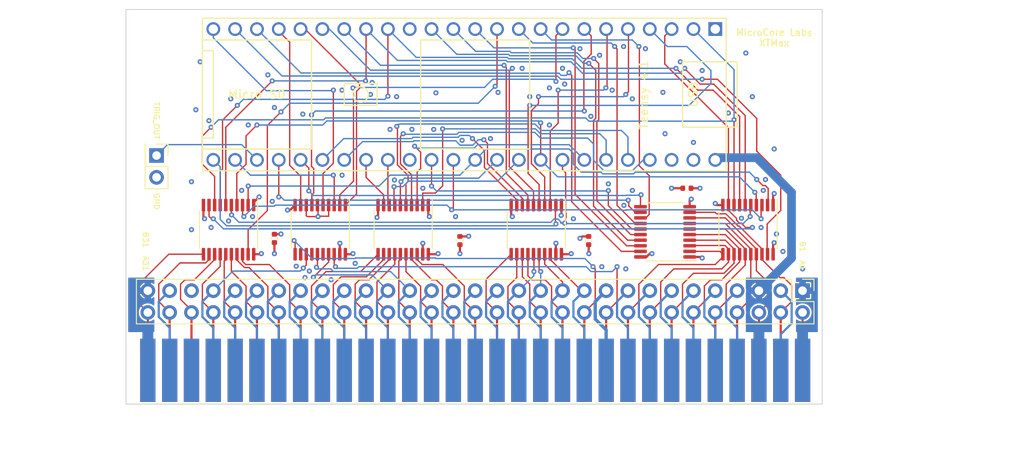
<source format=kicad_pcb>
(kicad_pcb (version 20211014) (generator pcbnew)
  (layers (0 "F.Cu" signal) (1 "In1.Cu" signal) (2 "In2.Cu" signal) (31 "B.Cu" signal) (34 "B.Paste" user) (35 "F.Paste" user) (36 "B.SilkS" user "B.Silkscreen") (37 "F.SilkS" user "F.Silkscreen") (38 "B.Mask" user) (39 "F.Mask" user) (44 "Edge.Cuts" user))
  (net 0 "")
  (net 1 "+3V3")
  (net 2 "GND")
  (net 3 "DATA_OE_n")
  (net 4 "+5V")
  (net 5 "TEENSY_CHRDY")
  (net 8 "ISA_A19")
  (net 9 "ISA_A18")
  (net 10 "ISA_A17")
  (net 11 "ISA_A16")
  (net 12 "ISA_A15")
  (net 13 "ISA_A14")
  (net 14 "ISA_A13")
  (net 15 "ISA_A12")
  (net 16 "ISA_A11")
  (net 17 "ISA_A10")
  (net 18 "ISA_A9")
  (net 19 "ISA_A8")
  (net 20 "ISA_A7")
  (net 21 "ISA_A6")
  (net 22 "ISA_A5")
  (net 23 "ISA_A4")
  (net 24 "ISA_A3")
  (net 25 "ISA_A2")
  (net 26 "ISA_A1")
  (net 27 "ISA_A0")
  (net 28 "ISA_D7")
  (net 29 "ISA_D6")
  (net 30 "ISA_D5")
  (net 31 "ISA_D4")
  (net 32 "ISA_D3")
  (net 33 "ISA_D2")
  (net 34 "ISA_D1")
  (net 35 "ISA_D0")
  (net 36 "ISA_AEN")
  (net 37 "Teensy_OUT_D0")
  (net 38 "Teensy_OUT_D1")
  (net 39 "Teensy_OUT_D2")
  (net 40 "Teensy_OUT_D3")
  (net 41 "Teensy_OUT_D4")
  (net 42 "Teensy_OUT_D5")
  (net 43 "Teensy_OUT_D6")
  (net 44 "Teensy_OUT_D7")
  (net 45 "ISA_MEMW")
  (net 46 "ISA_MEMR")
  (net 47 "ISA_IOW")
  (net 48 "ISA_IOR")
  (net 49 "ISA_REFRESH")
  (net 50 "ISA_CLK")
  (net 51 "ISA_BALE")
  (net 52 "ISA_CHRDY")
  (net 53 "Teensy_A7")
  (net 54 "Teensy_A6")
  (net 55 "Teensy_A5")
  (net 56 "Teensy_A4")
  (net 57 "Teensy_A3")
  (net 58 "Teensy_A2")
  (net 59 "Teensy_A1")
  (net 60 "Teensy_A0")
  (net 61 "Teensy_A15")
  (net 62 "Teensy_A14")
  (net 63 "Teensy_A13")
  (net 64 "Teensy_A12")
  (net 65 "Teensy_A11")
  (net 66 "Teensy_A10")
  (net 67 "Teensy_A9")
  (net 68 "Teensy_A8")
  (net 69 "Teensy_A19")
  (net 70 "Teensy_A18")
  (net 71 "Teensy_A17")
  (net 72 "Teensy_A16")
  (net 73 "Teensy_MEMW")
  (net 74 "Teensy_MEMR")
  (net 75 "Teensy_IOW")
  (net 76 "Teensy_IOR")
  (net 77 "Teensy_BALE")
  (net 78 "Teensy_REFRESH")
  (net 79 "Teensy_CLK")
  (net 80 "A01")
  (net 81 "B30")
  (net 82 "B27")
  (net 83 "B26")
  (net 84 "B25")
  (net 85 "B24")
  (net 86 "B23")
  (net 87 "B22")
  (net 88 "B21")
  (net 89 "B18")
  (net 90 "B17")
  (net 91 "B16")
  (net 92 "B15")
  (net 93 "B09")
  (net 94 "B08")
  (net 95 "B07")
  (net 96 "B06")
  (net 97 "B05")
  (net 98 "B04")
  (net 99 "B02")
  (net 101 "MUX_DATA_n")
  (net 102 "MUX_ADDR_n")
  (net 103 "Teensy_AEN")
  (net 104 "Teensy_CHRDY")
  (net 108 "Teensy_TRIG_OUT")
  (footprint "Connector_PinHeader_2.54mm:PinHeader_2x01_P2.54mm_Vertical" (layer "F.Cu") (at 91.694 84.328 -90)
    (fp_text reference "J3" hide)
    (fp_text value "Conn_02x01")
  )
  (footprint "Connector_PinHeader_2.54mm:PinHeader_2x31_P2.54mm_Vertical" (layer "F.Cu") (at 166.878 100.070996 -90)
    (fp_text reference "J2" hide)
    (fp_text value "Conn_02x31_Odd_Even")
  )
  (footprint "Package_SO:TSSOP-20_4.4x6.5mm_P0.65mm" (layer "F.Cu") (at 150.876 93.218 180)
    (fp_text reference "U3" hide)
    (fp_text value "SN74LVC245A")
  )
  (footprint "Capacitor_SMD:C_0402_1005Metric" (layer "F.Cu") (at 141.986 94.234 90)
    (fp_text reference "C2" hide)
    (fp_text value "10 uF")
  )
  (footprint "Package_SO:TSSOP-20_4.4x6.5mm_P0.65mm" (layer "F.Cu") (at 160.528 92.964 -90)
    (fp_text reference "U1" hide)
    (fp_text value "SN74LVC245A")
  )
  (footprint "Package_SO:TSSOP-20_4.4x6.5mm_P0.65mm" (layer "F.Cu") (at 100.076 92.964 -90)
    (fp_text reference "U7" hide)
    (fp_text value "SN74LVC245A")
  )
  (footprint "Package_SO:TSSOP-20_4.4x6.5mm_P0.65mm" (layer "F.Cu") (at 120.396 92.964 -90)
    (fp_text reference "U8" hide)
    (fp_text value "SN74LVC245A")
  )
  (footprint "isa_ted:isa" (layer "F.Cu") (at 166.878 113.284)
    (fp_text reference "J1" hide)
    (fp_text value "Bus_ISA_8bit")
  )
  (footprint "Capacitor_SMD:C_0402_1005Metric" (layer "F.Cu") (at 153.416 88.138)
    (fp_text reference "C1" hide)
    (fp_text value "10 uF")
  )
  (footprint "Capacitor_SMD:C_0402_1005Metric" (layer "F.Cu") (at 127 94.234 90)
    (fp_text reference "C3" hide)
    (fp_text value "10 uF")
  )
  (footprint "Capacitor_SMD:C_0402_1005Metric" (layer "F.Cu") (at 105.41 93.98 90)
    (fp_text reference "C4" hide)
    (fp_text value "10 uF")
  )
  (footprint "Teensy:Teensy41_Ted_Modified" (layer "F.Cu") (at 127.508 77.216 180)
    (fp_text reference "U2" hide)
    (fp_text value "Teensy4.1")
  )
  (footprint "Package_SO:TSSOP-20_4.4x6.5mm_P0.65mm" (layer "F.Cu") (at 110.744 92.964 -90)
    (fp_text reference "U5" hide)
    (fp_text value "SN74LVC244")
  )
  (footprint "Package_SO:TSSOP-20_4.4x6.5mm_P0.65mm" (layer "F.Cu") (at 135.89 92.964 -90)
    (fp_text reference "U4" hide)
    (fp_text value "SN74LVC245A")
  )
  (gr_line (start 169.164 113.284) (end 88.138 113.284) (layer "Edge.Cuts") (width 0.1))
  (gr_line (start 169.164 113.284) (end 169.164 67.31) (layer "Edge.Cuts") (width 0.1))
  (gr_line (start 169.164 67.31) (end 88.138 67.31) (layer "Edge.Cuts") (width 0.1))
  (gr_line (start 88.138 113.284) (end 88.138 67.31) (layer "Edge.Cuts") (width 0.1))
  (gr_text "B1  A1" (at 166.878 96.012 270) (layer "F.SilkS") (effects (font (size 0.635 0.635) (thickness 0.127))))
  (gr_text "B31  A31" (at 90.424 95.504 270) (layer "F.SilkS") (effects (font (size 0.635 0.635) (thickness 0.127))))
  (gr_text "TRIG_OUT" (at 91.694 80.264 270) (layer "F.SilkS") (effects (font (size 0.635 0.635) (thickness 0.127))))
  (gr_text "GND" (at 91.694 89.662 270) (layer "F.SilkS") (effects (font (size 0.635 0.635) (thickness 0.127))))
  (gr_text "MicroCore Labs\nXTMax" (at 163.576 70.612) (layer "F.SilkS") (effects (font (size 0.762 0.762))))
  (segment (start 114.4855 95.8265) (end 114.554 95.758) (width 0.254) (layer "F.Cu") (net 1))
  (segment (start 163.453 94.611) (end 163.576 94.488) (width 0.254) (layer "F.Cu") (net 1))
  (segment (start 103.8175 95.8265) (end 103.886 95.758) (width 0.254) (layer "F.Cu") (net 1))
  (segment (start 124.3915 95.8265) (end 124.46 95.758) (width 0.254) (layer "F.Cu") (net 1))
  (segment (start 141.986 94.968009) (end 141.986 95.737504) (width 0.254) (layer "F.Cu") (net 1))
  (segment (start 148.713 96.143) (end 149.098 95.758) (width 0.254) (layer "F.Cu") (net 1))
  (segment (start 127 94.714009) (end 127 95.758) (width 0.254) (layer "F.Cu") (net 1))
  (segment (start 139.8855 95.8265) (end 139.954 95.758) (width 0.254) (layer "F.Cu") (net 1))
  (segment (start 149.098 95.758) (end 149.352 95.758) (width 0.254) (layer "F.Cu") (net 1))
  (segment (start 123.321 95.8265) (end 124.3915 95.8265) (width 0.254) (layer "F.Cu") (net 1))
  (segment (start 113.669 95.8265) (end 114.4855 95.8265) (width 0.254) (layer "F.Cu") (net 1))
  (segment (start 138.815 95.8265) (end 139.8855 95.8265) (width 0.254) (layer "F.Cu") (net 1))
  (segment (start 148.0135 96.143) (end 148.713 96.143) (width 0.254) (layer "F.Cu") (net 1))
  (segment (start 152.935991 88.138) (end 151.638 88.138) (width 0.254) (layer "F.Cu") (net 1))
  (segment (start 105.41 94.460009) (end 105.41 95.758) (width 0.254) (layer "F.Cu") (net 1))
  (segment (start 141.986 95.737504) (end 142.006496 95.758) (width 0.254) (layer "F.Cu") (net 1))
  (segment (start 103.001 95.8265) (end 103.8175 95.8265) (width 0.254) (layer "F.Cu") (net 1))
  (segment (start 163.453 95.8265) (end 163.453 94.611) (width 0.254) (layer "F.Cu") (net 1))
  (via (at 103.886 95.758) (size 0.5842) (drill 0.254) (layers "F.Cu" "B.Cu") (net 1))
  (via (at 142.006496 95.758) (size 0.5842) (drill 0.254) (layers "F.Cu" "B.Cu") (net 1))
  (via (at 151.638 88.138) (size 0.5842) (drill 0.254) (layers "F.Cu" "B.Cu") (net 1))
  (via (at 149.352 95.758) (size 0.5842) (drill 0.254) (layers "F.Cu" "B.Cu") (net 1))
  (via (at 127 95.758) (size 0.5842) (drill 0.254) (layers "F.Cu" "B.Cu") (net 1))
  (via (at 124.46 95.758) (size 0.5842) (drill 0.254) (layers "F.Cu" "B.Cu") (net 1))
  (via (at 114.554 95.758) (size 0.5842) (drill 0.254) (layers "F.Cu" "B.Cu") (net 1))
  (via (at 105.41 95.758) (size 0.5842) (drill 0.254) (layers "F.Cu" "B.Cu") (net 1))
  (via (at 139.954 95.758) (size 0.5842) (drill 0.254) (layers "F.Cu" "B.Cu") (net 1))
  (via (at 163.576 94.488) (size 0.5842) (drill 0.254) (layers "F.Cu" "B.Cu") (net 1))
  (segment (start 122.671 95.8265) (end 122.671 94.5588) (width 0.254) (layer "F.Cu") (net 2))
  (segment (start 132.965 91.309) (end 133.096 91.44) (width 0.254) (layer "F.Cu") (net 2))
  (segment (start 103.001 89.785) (end 103.632 89.154) (width 0.254) (layer "F.Cu") (net 2))
  (segment (start 123.321 91.317) (end 123.444 91.44) (width 0.254) (layer "F.Cu") (net 2))
  (segment (start 163.453 88.881205) (end 163.576 88.758205) (width 0.254) (layer "F.Cu") (net 2))
  (segment (start 117.382711 91.571) (end 117.348 91.536289) (width 0.1524) (layer "F.Cu") (net 2))
  (segment (start 138.815 90.1015) (end 138.815 91.279988) (width 0.254) (layer "F.Cu") (net 2))
  (segment (start 153.7385 90.293) (end 153.7385 89.5935) (width 0.254) (layer "F.Cu") (net 2))
  (segment (start 153.896009 88.138) (end 154.94 88.138) (width 0.254) (layer "F.Cu") (net 2))
  (segment (start 140.998 94.008) (end 140.97 93.98) (width 0.1524) (layer "F.Cu") (net 2))
  (segment (start 132.965 90.1015) (end 132.965 91.309) (width 0.254) (layer "F.Cu") (net 2))
  (segment (start 138.165 95.8265) (end 138.165 94.5588) (width 0.254) (layer "F.Cu") (net 2))
  (segment (start 105.41 93.499991) (end 106.199991 93.499991) (width 0.254) (layer "F.Cu") (net 2))
  (segment (start 106.2 93.5) (end 106.172 93.472) (width 0.1524) (layer "F.Cu") (net 2))
  (segment (start 156.9035 90.1015) (end 156.718 89.916) (width 0.254) (layer "F.Cu") (net 2))
  (segment (start 97.151 90.1015) (end 97.151 91.563) (width 0.254) (layer "F.Cu") (net 2))
  (segment (start 155.071 96.143) (end 155.194 96.266) (width 0.254) (layer "F.Cu") (net 2))
  (segment (start 141.251982 93.754) (end 140.997991 94.007991) (width 0.254) (layer "F.Cu") (net 2))
  (segment (start 113.019 95.8265) (end 113.019 94.5588) (width 0.254) (layer "F.Cu") (net 2))
  (segment (start 111.719 90.1015) (end 111.719 91.399) (width 0.1524) (layer "F.Cu") (net 2))
  (segment (start 97.151 91.563) (end 97.282 91.694) (width 0.254) (layer "F.Cu") (net 2))
  (segment (start 110.49 90.1725) (end 110.49 91.44) (width 0.1524) (layer "F.Cu") (net 2))
  (segment (start 138.815 91.279988) (end 138.788662 91.306326) (width 0.254) (layer "F.Cu") (net 2))
  (segment (start 157.603 90.1015) (end 156.9035 90.1015) (width 0.254) (layer "F.Cu") (net 2))
  (segment (start 127.988 93.754) (end 128.016 93.726) (width 0.1524) (layer "F.Cu") (net 2))
  (segment (start 141.986 93.754) (end 141.251982 93.754) (width 0.254) (layer "F.Cu") (net 2))
  (segment (start 153.7385 89.5935) (end 153.924 89.408) (width 0.254) (layer "F.Cu") (net 2))
  (segment (start 110.49 91.44) (end 110.489998 91.44) (width 0.1524) (layer "F.Cu") (net 2))
  (segment (start 110.419 90.1015) (end 110.49 90.1725) (width 0.1524) (layer "F.Cu") (net 2))
  (segment (start 107.819 90.1015) (end 107.2425 90.678) (width 0.254) (layer "F.Cu") (net 2))
  (segment (start 122.671 94.5588) (end 122.682 94.5478) (width 0.254) (layer "F.Cu") (net 2))
  (segment (start 117.471 91.571) (end 117.382711 91.571) (width 0.1524) (layer "F.Cu") (net 2))
  (segment (start 127 93.753991) (end 127.988009 93.753991) (width 0.254) (layer "F.Cu") (net 2))
  (segment (start 123.321 90.1015) (end 123.321 91.317) (width 0.254) (layer "F.Cu") (net 2))
  (segment (start 153.7385 96.143) (end 155.071 96.143) (width 0.254) (layer "F.Cu") (net 2))
  (segment (start 111.719 91.399) (end 110.530998 91.399) (width 0.1524) (layer "F.Cu") (net 2))
  (segment (start 117.471012 90.101496) (end 117.471012 91.570988) (width 0.254) (layer "F.Cu") (net 2))
  (segment (start 107.2425 90.678) (end 106.934 90.678) (width 0.254) (layer "F.Cu") (net 2))
  (segment (start 163.453 90.1015) (end 163.453 88.881205) (width 0.254) (layer "F.Cu") (net 2))
  (segment (start 113.019 94.5588) (end 113.03 94.5478) (width 0.254) (layer "F.Cu") (net 2))
  (segment (start 110.530998 91.399) (end 110.489998 91.44) (width 0.1524) (layer "F.Cu") (net 2))
  (segment (start 109.119 91.339) (end 109.119 90.1015) (width 0.1524) (layer "F.Cu") (net 2))
  (segment (start 110.49 91.44) (end 109.22 91.44) (width 0.1524) (layer "F.Cu") (net 2))
  (segment (start 103.001 90.1015) (end 103.001 89.785) (width 0.254) (layer "F.Cu") (net 2))
  (segment (start 138.165 94.5588) (end 138.176 94.5478) (width 0.254) (layer "F.Cu") (net 2))
  (segment (start 109.22 91.44) (end 109.119 91.339) (width 0.1524) (layer "F.Cu") (net 2))
  (via (at 138.176 94.5478) (size 0.5842) (drill 0.254) (layers "F.Cu" "B.Cu") (net 2))
  (via (at 116.781796 75.826399) (size 0.5842) (drill 0.254) (layers "F.Cu" "B.Cu") (net 2))
  (via (at 166.878 97.536) (size 0.5842) (drill 0.254) (layers "F.Cu" "B.Cu") (net 2))
  (via (at 107.95 97.2222) (size 0.5842) (drill 0.254) (layers "F.Cu" "B.Cu") (net 2))
  (via (at 105.156 89.662) (size 0.5842) (drill 0.254) (layers "F.Cu" "B.Cu") (net 2))
  (via (at 148.59 71.882) (size 0.5842) (drill 0.254) (layers "F.Cu" "B.Cu") (net 2))
  (via (at 163.576 83.566) (size 0.5842) (drill 0.254) (layers "F.Cu" "B.Cu") (net 2))
  (via (at 158.242 79.380778) (size 0.5842) (drill 0.254) (layers "F.Cu" "B.Cu") (net 2))
  (via (at 160.274 72.39) (size 0.5842) (drill 0.254) (layers "F.Cu" "B.Cu") (net 2))
  (via (at 114.8102 96.893213) (size 0.5842) (drill 0.254) (layers "F.Cu" "B.Cu") (net 2))
  (via (at 105.41 78.74) (size 0.5842) (drill 0.254) (layers "F.Cu" "B.Cu") (net 2))
  (via (at 97.79 80.264) (size 0.5842) (drill 0.254) (layers "F.Cu" "B.Cu") (net 2))
  (via (at 102.87 91.44) (size 0.5842) (drill 0.254) (layers "F.Cu" "B.Cu") (net 2))
  (via (at 96.266 78.994) (size 0.5842) (drill 0.254) (layers "F.Cu" "B.Cu") (net 2))
  (via (at 134.238144 74.166378) (size 0.5842) (drill 0.254) (layers "F.Cu" "B.Cu") (net 2))
  (via (at 150.876 81.788) (size 0.5842) (drill 0.254) (layers "F.Cu" "B.Cu") (net 2))
  (via (at 143.256 72.644) (size 0.5842) (drill 0.254) (layers "F.Cu" "B.Cu") (net 2))
  (via (at 147.066 88.392) (size 0.5842) (drill 0.254) (layers "F.Cu" "B.Cu") (net 2))
  (via (at 131.438863 76.967856) (size 0.5842) (drill 0.254) (layers "F.Cu" "B.Cu") (net 2))
  (via (at 108.712 79.502) (size 0.5842) (drill 0.254) (layers "F.Cu" "B.Cu") (net 2))
  (via (at 161.036 77.47) (size 0.5842) (drill 0.254) (layers "F.Cu" "B.Cu") (net 2))
  (via (at 144.272 87.63) (size 0.5842) (drill 0.254) (layers "F.Cu" "B.Cu") (net 2))
  (via (at 154.178 82.804) (size 0.5842) (drill 0.254) (layers "F.Cu" "B.Cu") (net 2))
  (via (at 102.362 80.772) (size 0.5842) (drill 0.254) (layers "F.Cu" "B.Cu") (net 2))
  (via (at 140.97 71.882) (size 0.5842) (drill 0.254) (layers "F.Cu" "B.Cu") (net 2))
  (via (at 127.254 82.55) (size 0.5842) (drill 0.254) (layers "F.Cu" "B.Cu") (net 2))
  (via (at 138.788662 91.306326) (size 0.5842) (drill 0.254) (layers "F.Cu" "B.Cu") (net 2))
  (via (at 135.128 77.47) (size 0.5842) (drill 0.254) (layers "F.Cu" "B.Cu") (net 2))
  (via (at 108.966 98.552) (size 0.5842) (drill 0.254) (layers "F.Cu" "B.Cu") (net 2))
  (via (at 146.304 97.536) (size 0.5842) (drill 0.254) (layers "F.Cu" "B.Cu") (net 2))
  (via (at 140.208 91.694) (size 0.5842) (drill 0.254) (layers "F.Cu" "B.Cu") (net 2))
  (via (at 126.492 91.44) (size 0.5842) (drill 0.254) (layers "F.Cu" "B.Cu") (net 2))
  (via (at 95.758 92.964) (size 0.5842) (drill 0.254) (layers "F.Cu" "B.Cu") (net 2))
  (via (at 119.634 77.47) (size 0.5842) (drill 0.254) (layers "F.Cu" "B.Cu") (net 2))
  (via (at 130.556 82.3558) (size 0.5842) (drill 0.254) (layers "F.Cu" "B.Cu") (net 2))
  (via (at 133.096 91.44) (size 0.5842) (drill 0.254) (layers "F.Cu" "B.Cu") (net 2))
  (via (at 163.83 93.472) (size 0.5842) (drill 0.254) (layers "F.Cu" "B.Cu") (net 2))
  (via (at 143.51 97.282) (size 0.5842) (drill 0.254) (layers "F.Cu" "B.Cu") (net 2))
  (via (at 124.206 77.0218) (size 0.5842) (drill 0.254) (layers "F.Cu" "B.Cu") (net 2))
  (via (at 123.444 91.44) (size 0.5842) (drill 0.254) (layers "F.Cu" "B.Cu") (net 2))
  (via (at 100.076 91.948) (size 0.5842) (drill 0.254) (layers "F.Cu" "B.Cu") (net 2))
  (via (at 113.284 86.614) (size 0.5842) (drill 0.254) (layers "F.Cu" "B.Cu") (net 2))
  (via (at 164.592 95.504) (size 0.5842) (drill 0.254) (layers "F.Cu" "B.Cu") (net 2))
  (via (at 121.412 81.28) (size 0.5842) (drill 0.254) (layers "F.Cu" "B.Cu") (net 2))
  (via (at 122.682 88.138) (size 0.5842) (drill 0.254) (layers "F.Cu" "B.Cu") (net 2))
  (via (at 112.014 98.806) (size 0.5842) (drill 0.254) (layers "F.Cu" "B.Cu") (net 2))
  (via (at 122.682 94.5478) (size 0.5842) (drill 0.254) (layers "F.Cu" "B.Cu") (net 2))
  (via (at 116.586 77.216) (size 0.5842) (drill 0.254) (layers "F.Cu" "B.Cu") (net 2))
  (via (at 97.282 91.694) (size 0.5842) (drill 0.254) (layers "F.Cu" "B.Cu") (net 2))
  (via (at 106.934 90.678) (size 0.5842) (drill 0.254) (layers "F.Cu" "B.Cu") (net 2))
  (via (at 162.052 92.71) (size 0.5842) (drill 0.254) (layers "F.Cu" "B.Cu") (net 2))
  (via (at 101.6 88.392) (size 0.5842) (drill 0.254) (layers "F.Cu" "B.Cu") (net 2))
  (via (at 154.94 88.138) (size 0.5842) (drill 0.254) (layers "F.Cu" "B.Cu") (net 2))
  (via (at 159.766 91.6342) (size 0.5842) (drill 0.254) (layers "F.Cu" "B.Cu") (net 2))
  (via (at 98.044 92.71) (size 0.5842) (drill 0.254) (layers "F.Cu" "B.Cu") (net 2))
  (via (at 123.952 81.28) (size 0.5842) (drill 0.254) (layers "F.Cu" "B.Cu") (net 2))
  (via (at 146.087322 90.132678) (size 0.5842) (drill 0.254) (layers "F.Cu" "B.Cu") (net 2))
  (via (at 118.872 81.28) (size 0.5842) (drill 0.254) (layers "F.Cu" "B.Cu") (net 2))
  (via (at 137.414 80.772) (size 0.5842) (drill 0.254) (layers "F.Cu" "B.Cu") (net 2))
  (via (at 140.97 93.98) (size 0.5842) (drill 0.254) (layers "F.Cu" "B.Cu") (net 2))
  (via (at 150.622 76.962) (size 0.5842) (drill 0.254) (layers "F.Cu" "B.Cu") (net 2))
  (via (at 146.05 71.628) (size 0.5842) (drill 0.254) (layers "F.Cu" "B.Cu") (net 2))
  (via (at 142.24 79.756) (size 0.5842) (drill 0.254) (layers "F.Cu" "B.Cu") (net 2))
  (via (at 155.194 96.266) (size 0.5842) (drill 0.254) (layers "F.Cu" "B.Cu") (net 2))
  (via (at 104.648 74.93) (size 0.5842) (drill 0.254) (layers "F.Cu" "B.Cu") (net 2))
  (via (at 156.718 89.916) (size 0.5842) (drill 0.254) (layers "F.Cu" "B.Cu") (net 2))
  (via (at 139.192 76.0058) (size 0.5842) (drill 0.254) (layers "F.Cu" "B.Cu") (net 2))
  (via (at 162.306 88.392) (size 0.5842) (drill 0.254) (layers "F.Cu" "B.Cu") (net 2))
  (via (at 152.654 73.406) (size 0.5842) (drill 0.254) (layers "F.Cu" "B.Cu") (net 2))
  (via (at 128.016 93.726) (size 0.5842) (drill 0.254) (layers "F.Cu" "B.Cu") (net 2))
  (via (at 153.924 89.408) (size 0.5842) (drill 0.254) (layers "F.Cu" "B.Cu") (net 2))
  (via (at 96.774 73.406) (size 0.5842) (drill 0.254) (layers "F.Cu" "B.Cu") (net 2))
  (via (at 100.33 77.724) (size 0.5842) (drill 0.254) (layers "F.Cu" "B.Cu") (net 2))
  (via (at 95.758 87.376) (size 0.5842) (drill 0.254) (layers "F.Cu" "B.Cu") (net 2))
  (via (at 110.489998 91.44) (size 0.5842) (drill 0.254) (layers "F.Cu" "B.Cu") (net 2))
  (via (at 138.938 74.168) (size 0.5842) (drill 0.254) (layers "F.Cu" "B.Cu") (net 2))
  (via (at 117.348 91.536289) (size 0.5842) (drill 0.254) (layers "F.Cu" "B.Cu") (net 2))
  (via (at 109.474 97.79) (size 0.5842) (drill 0.254) (layers "F.Cu" "B.Cu") (net 2))
  (via (at 147.066 77.724) (size 0.5842) (drill 0.254) (layers "F.Cu" "B.Cu") (net 2))
  (via (at 155.194 74.422) (size 0.5842) (drill 0.254) (layers "F.Cu" "B.Cu") (net 2))
  (via (at 119.38 87.180177) (size 0.5842) (drill 0.254) (layers "F.Cu" "B.Cu") (net 2))
  (via (at 113.03 94.5478) (size 0.5842) (drill 0.254) (layers "F.Cu" "B.Cu") (net 2))
  (via (at 162.56 87.122) (size 0.5842) (drill 0.254) (layers "F.Cu" "B.Cu") (net 2))
  (via (at 106.172 93.472) (size 0.5842) (drill 0.254) (layers "F.Cu" "B.Cu") (net 2))
  (via (at 137.414 76.454) (size 0.5842) (drill 0.254) (layers "F.Cu" "B.Cu") (net 2))
  (via (at 103.632 89.154) (size 0.5842) (drill 0.254) (layers "F.Cu" "B.Cu") (net 2))
  (via (at 144.7202 76.708) (size 0.5842) (drill 0.254) (layers "F.Cu" "B.Cu") (net 2))
  (via (at 163.576 88.758205) (size 0.5842) (drill 0.254) (layers "F.Cu" "B.Cu") (net 2))
  (via (at 113.284 76.708) (size 0.5842) (drill 0.254) (layers "F.Cu" "B.Cu") (net 2))
  (segment (start 142.748 101.340996) (end 142.841497 101.247499) (width 0.381) (layer "B.Cu") (net 2))
  (segment (start 144.018 104.648) (end 142.841497 103.471497) (width 0.381) (layer "B.Cu") (net 2))
  (segment (start 142.748 103.378) (end 142.748 101.340996) (width 0.381) (layer "B.Cu") (net 2))
  (segment (start 142.841497 101.247499) (end 144.018 100.070996) (width 0.381) (layer "B.Cu") (net 2))
  (segment (start 142.841497 103.471497) (end 142.748 103.378) (width 0.381) (layer "B.Cu") (net 2))
  (segment (start 144.018 109.474) (end 144.018 104.648) (width 0.381) (layer "B.Cu") (net 2))
  (segment (start 166.878 109.474) (end 166.878 104.648) (width 1.27) (layer "B.Cu") (net 2))
  (segment (start 90.678 109.474) (end 90.678 104.394) (width 1.27) (layer "B.Cu") (net 2))
  (segment (start 140.013711 89.721711) (end 140.013711 74.989711) (width 0.1524) (layer "F.Cu") (net 3))
  (segment (start 148.0135 95.493) (end 145.785 95.493) (width 0.1524) (layer "F.Cu") (net 3))
  (segment (start 145.785 95.493) (end 140.013711 89.721711) (width 0.1524) (layer "F.Cu") (net 3))
  (segment (start 140.013711 74.989711) (end 139.7 74.676) (width 0.1524) (layer "F.Cu") (net 3))
  (via (at 139.7 74.676) (size 0.5842) (drill 0.254) (layers "F.Cu" "B.Cu") (net 3))
  (segment (start 108.491272 74.709272) (end 116.413464 74.709272) (width 0.1524) (layer "B.Cu") (net 3))
  (segment (start 138.518849 74.734178) (end 138.774472 74.989801) (width 0.1524) (layer "B.Cu") (net 3))
  (segment (start 116.43837 74.734178) (end 138.518849 74.734178) (width 0.1524) (layer "B.Cu") (net 3))
  (segment (start 138.774472 74.989801) (end 139.386199 74.989801) (width 0.1524) (layer "B.Cu") (net 3))
  (segment (start 116.413464 74.709272) (end 116.43837 74.734178) (width 0.1524) (layer "B.Cu") (net 3))
  (segment (start 139.386199 74.989801) (end 139.7 74.676) (width 0.1524) (layer "B.Cu") (net 3))
  (segment (start 103.378 69.596) (end 108.491272 74.709272) (width 0.1524) (layer "B.Cu") (net 3))
  (segment (start 165.591601 96.277395) (end 165.591601 88.629601) (width 1.016) (layer "B.Cu") (net 4))
  (segment (start 161.798 109.474) (end 161.798 104.394) (width 1.27) (layer "B.Cu") (net 4))
  (segment (start 165.591601 88.629601) (end 161.544 84.582) (width 1.016) (layer "B.Cu") (net 4))
  (segment (start 161.544 84.582) (end 156.972 84.582) (width 1.016) (layer "B.Cu") (net 4))
  (segment (start 156.972 84.582) (end 156.718 84.836) (width 0.762) (layer "B.Cu") (net 4))
  (segment (start 161.798 100.070996) (end 165.591601 96.277395) (width 1.016) (layer "B.Cu") (net 4))
  (segment (start 113.019 90.1015) (end 113.019 88.911) (width 0.1524) (layer "F.Cu") (net 5))
  (segment (start 114.613711 87.316289) (end 114.613711 76.513711) (width 0.1524) (layer "F.Cu") (net 5))
  (segment (start 114.613711 76.513711) (end 114.554 76.454) (width 0.1524) (layer "F.Cu") (net 5))
  (segment (start 113.019 88.911) (end 114.613711 87.316289) (width 0.1524) (layer "F.Cu") (net 5))
  (segment (start 138.176 75.692) (end 138.176 70.358) (width 0.1524) (layer "F.Cu") (net 5))
  (segment (start 138.176 70.358) (end 138.938 69.596) (width 0.1524) (layer "F.Cu") (net 5))
  (via (at 114.554 76.454) (size 0.5842) (drill 0.254) (layers "F.Cu" "B.Cu") (net 5))
  (via (at 138.176 75.692) (size 0.5842) (drill 0.254) (layers "F.Cu" "B.Cu") (net 5))
  (segment (start 114.613801 76.394199) (end 129.853801 76.394199) (width 0.1524) (layer "B.Cu") (net 5))
  (segment (start 137.922 75.438) (end 138.176 75.692) (width 0.1524) (layer "B.Cu") (net 5))
  (segment (start 114.554 76.454) (end 114.613801 76.394199) (width 0.1524) (layer "B.Cu") (net 5))
  (segment (start 129.853801 76.394199) (end 130.81 75.438) (width 0.1524) (layer "B.Cu") (net 5))
  (segment (start 130.81 75.438) (end 137.922 75.438) (width 0.1524) (layer "B.Cu") (net 5))
  (segment (start 137.668 101.341) (end 138.938 102.611) (width 0.1524) (layer "F.Cu") (net 8))
  (segment (start 138.938 109.474) (end 138.938 102.611) (width 0.254) (layer "F.Cu") (net 8))
  (segment (start 137.668 99.568) (end 137.668 101.341) (width 0.1524) (layer "F.Cu") (net 8))
  (segment (start 134.915 95.8265) (end 134.915 98.339) (width 0.1524) (layer "F.Cu") (net 8))
  (segment (start 134.915 98.339) (end 135.382 98.806) (width 0.1524) (layer "F.Cu") (net 8))
  (segment (start 136.906 98.806) (end 137.668 99.568) (width 0.1524) (layer "F.Cu") (net 8))
  (segment (start 135.382 98.806) (end 136.906 98.806) (width 0.1524) (layer "F.Cu") (net 8))
  (segment (start 135.128 99.314) (end 135.128 101.341) (width 0.1524) (layer "F.Cu") (net 9))
  (segment (start 136.398 109.474) (end 136.398 102.611) (width 0.254) (layer "F.Cu") (net 9))
  (segment (start 134.265 95.8265) (end 134.265 98.451) (width 0.1524) (layer "F.Cu") (net 9))
  (segment (start 135.128 101.341) (end 136.398 102.611) (width 0.1524) (layer "F.Cu") (net 9))
  (segment (start 134.265 98.451) (end 135.128 99.314) (width 0.1524) (layer "F.Cu") (net 9))
  (segment (start 132.588 101.341) (end 133.858 102.611) (width 0.1524) (layer "F.Cu") (net 10))
  (segment (start 133.615 98.541) (end 132.588 99.568) (width 0.1524) (layer "F.Cu") (net 10))
  (segment (start 132.588 99.568) (end 132.588 101.341) (width 0.1524) (layer "F.Cu") (net 10))
  (segment (start 133.615 95.8265) (end 133.615 98.541) (width 0.1524) (layer "F.Cu") (net 10))
  (segment (start 133.858 109.474) (end 133.858 102.611) (width 0.254) (layer "F.Cu") (net 10))
  (segment (start 130.048 101.341) (end 131.318 102.611) (width 0.1524) (layer "F.Cu") (net 11))
  (segment (start 130.048 98.7435) (end 130.048 101.341) (width 0.1524) (layer "F.Cu") (net 11))
  (segment (start 132.965 95.8265) (end 130.048 98.7435) (width 0.1524) (layer "F.Cu") (net 11))
  (segment (start 131.318 109.474) (end 131.318 102.611) (width 0.254) (layer "F.Cu") (net 11))
  (segment (start 128.778 109.474) (end 128.778 102.611) (width 0.254) (layer "F.Cu") (net 12))
  (segment (start 127.508 101.341) (end 128.778 102.611) (width 0.1524) (layer "F.Cu") (net 12))
  (segment (start 127.508 99.531501) (end 127.508 101.341) (width 0.1524) (layer "F.Cu") (net 12))
  (segment (start 122.021 96.445348) (end 122.603652 97.028) (width 0.1524) (layer "F.Cu") (net 12))
  (segment (start 125.004499 97.028) (end 127.508 99.531501) (width 0.1524) (layer "F.Cu") (net 12))
  (segment (start 122.021 95.8265) (end 122.021 96.445348) (width 0.1524) (layer "F.Cu") (net 12))
  (segment (start 122.603652 97.028) (end 125.004499 97.028) (width 0.1524) (layer "F.Cu") (net 12))
  (segment (start 123.731652 98.806) (end 124.242499 98.806) (width 0.1524) (layer "F.Cu") (net 13))
  (segment (start 124.242499 98.806) (end 124.968 99.531501) (width 0.1524) (layer "F.Cu") (net 13))
  (segment (start 121.371 95.8265) (end 121.371 96.445348) (width 0.1524) (layer "F.Cu") (net 13))
  (segment (start 126.238 109.474) (end 126.238 102.611) (width 0.254) (layer "F.Cu") (net 13))
  (segment (start 121.371 96.445348) (end 123.731652 98.806) (width 0.1524) (layer "F.Cu") (net 13))
  (segment (start 124.968 99.531501) (end 124.968 101.341) (width 0.1524) (layer "F.Cu") (net 13))
  (segment (start 124.968 101.341) (end 126.238 102.611) (width 0.1524) (layer "F.Cu") (net 13))
  (segment (start 120.721 97.861) (end 122.428 99.568) (width 0.1524) (layer "F.Cu") (net 14))
  (segment (start 122.428 101.341) (end 123.698 102.611) (width 0.1524) (layer "F.Cu") (net 14))
  (segment (start 122.428 99.568) (end 122.428 101.341) (width 0.1524) (layer "F.Cu") (net 14))
  (segment (start 123.698 109.474) (end 123.698 102.611) (width 0.254) (layer "F.Cu") (net 14))
  (segment (start 120.721 95.8265) (end 120.721 97.861) (width 0.1524) (layer "F.Cu") (net 14))
  (segment (start 119.888 96.628348) (end 119.888 101.341) (width 0.1524) (layer "F.Cu") (net 15))
  (segment (start 121.158 109.474) (end 121.158 102.611) (width 0.254) (layer "F.Cu") (net 15))
  (segment (start 120.071 96.445348) (end 119.888 96.628348) (width 0.1524) (layer "F.Cu") (net 15))
  (segment (start 120.071 95.8265) (end 120.071 96.445348) (width 0.1524) (layer "F.Cu") (net 15))
  (segment (start 119.888 101.341) (end 121.158 102.611) (width 0.1524) (layer "F.Cu") (net 15))
  (segment (start 119.421 95.8265) (end 119.421 96.987) (width 0.1524) (layer "F.Cu") (net 16))
  (segment (start 117.348 99.06) (end 117.348 101.341) (width 0.1524) (layer "F.Cu") (net 16))
  (segment (start 119.421 96.987) (end 117.348 99.06) (width 0.1524) (layer "F.Cu") (net 16))
  (segment (start 117.348 101.341) (end 118.618 102.611) (width 0.1524) (layer "F.Cu") (net 16))
  (segment (start 118.618 109.474) (end 118.618 102.611) (width 0.254) (layer "F.Cu") (net 16))
  (segment (start 118.771 96.445348) (end 116.410348 98.806) (width 0.1524) (layer "F.Cu") (net 17))
  (segment (start 115.316 98.806) (end 114.808 99.314) (width 0.1524) (layer "F.Cu") (net 17))
  (segment (start 114.808 99.314) (end 114.808 101.341) (width 0.1524) (layer "F.Cu") (net 17))
  (segment (start 116.410348 98.806) (end 115.316 98.806) (width 0.1524) (layer "F.Cu") (net 17))
  (segment (start 116.078 102.611) (end 116.078 109.474) (width 0.254) (layer "F.Cu") (net 17))
  (segment (start 118.771 95.8265) (end 118.771 96.445348) (width 0.1524) (layer "F.Cu") (net 17))
  (segment (start 114.808 101.341) (end 116.078 102.611) (width 0.1524) (layer "F.Cu") (net 17))
  (segment (start 112.268 101.341) (end 113.538 102.611) (width 0.1524) (layer "F.Cu") (net 18))
  (segment (start 118.121 96.445348) (end 116.112259 98.454089) (width 0.1524) (layer "F.Cu") (net 18))
  (segment (start 113.538 102.611) (end 113.538 109.474) (width 0.254) (layer "F.Cu") (net 18))
  (segment (start 112.268 99.354993) (end 112.268 101.341) (width 0.1524) (layer "F.Cu") (net 18))
  (segment (start 116.112259 98.454089) (end 113.168904 98.454089) (width 0.1524) (layer "F.Cu") (net 18))
  (segment (start 113.168904 98.454089) (end 112.268 99.354993) (width 0.1524) (layer "F.Cu") (net 18))
  (segment (start 118.121 95.8265) (end 118.121 96.445348) (width 0.1524) (layer "F.Cu") (net 18))
  (segment (start 109.728 101.341) (end 110.998 102.611) (width 0.1524) (layer "F.Cu") (net 19))
  (segment (start 109.728 99.531501) (end 109.728 101.341) (width 0.1524) (layer "F.Cu") (net 19))
  (segment (start 111.4097 97.849801) (end 109.728 99.531501) (width 0.1524) (layer "F.Cu") (net 19))
  (segment (start 110.998 102.611) (end 110.998 109.474) (width 0.254) (layer "F.Cu") (net 19))
  (segment (start 115.447699 97.849801) (end 111.4097 97.849801) (width 0.1524) (layer "F.Cu") (net 19))
  (segment (start 117.471 95.8265) (end 115.447699 97.849801) (width 0.1524) (layer "F.Cu") (net 19))
  (segment (start 101.701 95.8265) (end 101.701 96.660174) (width 0.1524) (layer "F.Cu") (net 20))
  (segment (start 101.701 96.660174) (end 102.068826 97.028) (width 0.1524) (layer "F.Cu") (net 20))
  (segment (start 107.188 101.341) (end 108.458 102.611) (width 0.1524) (layer "F.Cu") (net 20))
  (segment (start 108.458 102.611) (end 108.458 109.474) (width 0.254) (layer "F.Cu") (net 20))
  (segment (start 102.068826 97.028) (end 104.811498 97.028) (width 0.1524) (layer "F.Cu") (net 20))
  (segment (start 104.811498 97.028) (end 107.188 99.404502) (width 0.1524) (layer "F.Cu") (net 20))
  (segment (start 107.188 99.404502) (end 107.188 101.341) (width 0.1524) (layer "F.Cu") (net 20))
  (segment (start 104.648 101.341) (end 105.918 102.611) (width 0.1524) (layer "F.Cu") (net 21))
  (segment (start 102.459911 97.379911) (end 104.648 99.568) (width 0.1524) (layer "F.Cu") (net 21))
  (segment (start 101.051 95.8265) (end 101.051 96.507851) (width 0.1524) (layer "F.Cu") (net 21))
  (segment (start 105.918 102.611) (end 105.918 109.474) (width 0.254) (layer "F.Cu") (net 21))
  (segment (start 101.92306 97.379911) (end 102.459911 97.379911) (width 0.1524) (layer "F.Cu") (net 21))
  (segment (start 101.051 96.507851) (end 101.92306 97.379911) (width 0.1524) (layer "F.Cu") (net 21))
  (segment (start 104.648 99.568) (end 104.648 101.341) (width 0.1524) (layer "F.Cu") (net 21))
  (segment (start 102.108 101.341) (end 103.378 102.611) (width 0.1524) (layer "F.Cu") (net 22))
  (segment (start 103.378 102.611) (end 103.378 109.474) (width 0.254) (layer "F.Cu") (net 22))
  (segment (start 102.108 99.531501) (end 102.108 101.341) (width 0.1524) (layer "F.Cu") (net 22))
  (segment (start 100.401 95.8265) (end 100.401 97.824501) (width 0.1524) (layer "F.Cu") (net 22))
  (segment (start 100.401 97.824501) (end 102.108 99.531501) (width 0.1524) (layer "F.Cu") (net 22))
  (segment (start 100.838 102.611) (end 100.838 109.474) (width 0.254) (layer "F.Cu") (net 23))
  (segment (start 99.568 96.628348) (end 99.568 101.341) (width 0.1524) (layer "F.Cu") (net 23))
  (segment (start 99.751 95.8265) (end 99.751 96.445348) (width 0.1524) (layer "F.Cu") (net 23))
  (segment (start 99.751 96.445348) (end 99.568 96.628348) (width 0.1524) (layer "F.Cu") (net 23))
  (segment (start 99.568 101.341) (end 100.838 102.611) (width 0.1524) (layer "F.Cu") (net 23))
  (segment (start 99.101 97.241) (end 97.028 99.314) (width 0.1524) (layer "F.Cu") (net 24))
  (segment (start 99.101 95.8265) (end 99.101 97.241) (width 0.1524) (layer "F.Cu") (net 24))
  (segment (start 97.028 101.341) (end 98.298 102.611) (width 0.1524) (layer "F.Cu") (net 24))
  (segment (start 97.028 99.314) (end 97.028 101.341) (width 0.1524) (layer "F.Cu") (net 24))
  (segment (start 98.298 102.611) (end 98.298 109.474) (width 0.254) (layer "F.Cu") (net 24))
  (segment (start 94.488 99.314) (end 94.488 101.0895) (width 0.1524) (layer "F.Cu") (net 25))
  (segment (start 98.451 96.445348) (end 96.090348 98.806) (width 0.1524) (layer "F.Cu") (net 25))
  (segment (start 95.758 102.611) (end 95.758 109.474) (width 0.254) (layer "F.Cu") (net 25))
  (segment (start 94.488 101.0895) (end 95.758 102.3595) (width 0.1524) (layer "F.Cu") (net 25))
  (segment (start 98.451 95.8265) (end 98.451 96.445348) (width 0.1524) (layer "F.Cu") (net 25))
  (segment (start 96.090348 98.806) (end 94.996 98.806) (width 0.1524) (layer "F.Cu") (net 25))
  (segment (start 94.996 98.806) (end 94.488 99.314) (width 0.1524) (layer "F.Cu") (net 25))
  (segment (start 95.758 102.3595) (end 95.758 102.611) (width 0.1524) (layer "F.Cu") (net 25))
  (segment (start 97.406628 96.83972) (end 94.42228 96.83972) (width 0.1524) (layer "F.Cu") (net 26))
  (segment (start 97.801 95.8265) (end 97.801 96.445348) (width 0.1524) (layer "F.Cu") (net 26))
  (segment (start 91.948 101.341) (end 93.218 102.611) (width 0.1524) (layer "F.Cu") (net 26))
  (segment (start 93.218 102.611) (end 93.218 109.474) (width 0.254) (layer "F.Cu") (net 26))
  (segment (start 91.948 99.314) (end 91.948 101.341) (width 0.1524) (layer "F.Cu") (net 26))
  (segment (start 97.801 96.445348) (end 97.406628 96.83972) (width 0.1524) (layer "F.Cu") (net 26))
  (segment (start 94.42228 96.83972) (end 91.948 99.314) (width 0.1524) (layer "F.Cu") (net 26))
  (segment (start 89.408 99.531501) (end 89.408 101.341) (width 0.1524) (layer "F.Cu") (net 27))
  (segment (start 97.151 95.8265) (end 93.113001 95.8265) (width 0.1524) (layer "F.Cu") (net 27))
  (segment (start 93.113001 95.8265) (end 89.408 99.531501) (width 0.1524) (layer "F.Cu") (net 27))
  (segment (start 89.408 101.341) (end 90.678 102.611) (width 0.1524) (layer "F.Cu") (net 27))
  (segment (start 90.678 102.611) (end 90.678 109.474) (width 0.254) (layer "F.Cu") (net 27))
  (segment (start 159.385042 92.553912) (end 159.49926 92.553912) (width 0.1524) (layer "F.Cu") (net 28))
  (segment (start 164.706711 98.552) (end 165.608 99.453289) (width 0.1524) (layer "F.Cu") (net 28))
  (segment (start 164.338 109.474) (end 164.338 102.611) (width 0.254) (layer "F.Cu") (net 28))
  (segment (start 156.870046 91.11472) (end 157.94585 91.11472) (width 0.1524) (layer "F.Cu") (net 28))
  (segment (start 156.698326 90.943) (end 156.870046 91.11472) (width 0.1524) (layer "F.Cu") (net 28))
  (segment (start 153.7385 90.943) (end 156.698326 90.943) (width 0.1524) (layer "F.Cu") (net 28))
  (segment (start 162.153 96.445348) (end 164.259652 98.552) (width 0.1524) (layer "F.Cu") (net 28))
  (segment (start 162.153 95.8265) (end 162.153 96.445348) (width 0.1524) (layer "F.Cu") (net 28))
  (segment (start 159.49926 92.553912) (end 162.153 95.207652) (width 0.1524) (layer "F.Cu") (net 28))
  (segment (start 157.94585 91.11472) (end 159.385042 92.553912) (width 0.1524) (layer "F.Cu") (net 28))
  (segment (start 165.608 101.341) (end 164.338 102.611) (width 0.1524) (layer "F.Cu") (net 28))
  (segment (start 165.608 99.453289) (end 165.608 101.341) (width 0.1524) (layer "F.Cu") (net 28))
  (segment (start 164.259652 98.552) (end 164.706711 98.552) (width 0.1524) (layer "F.Cu") (net 28))
  (segment (start 162.153 95.207652) (end 162.153 95.8265) (width 0.1524) (layer "F.Cu") (net 28))
  (segment (start 163.068 99.314) (end 163.068 101.341) (width 0.1524) (layer "F.Cu") (net 29))
  (segment (start 161.503 95.207652) (end 161.503 95.8265) (width 0.1524) (layer "F.Cu") (net 29))
  (segment (start 153.7385 91.593) (end 157.888348 91.593) (width 0.1524) (layer "F.Cu") (net 29))
  (segment (start 161.503 95.8265) (end 161.503 97.749) (width 0.1524) (layer "F.Cu") (net 29))
  (segment (start 161.503 97.749) (end 163.068 99.314) (width 0.1524) (layer "F.Cu") (net 29))
  (segment (start 161.798 109.474) (end 161.798 102.611) (width 0.254) (layer "F.Cu") (net 29))
  (segment (start 157.888348 91.593) (end 161.503 95.207652) (width 0.1524) (layer "F.Cu") (net 29))
  (segment (start 163.068 101.341) (end 161.798 102.611) (width 0.1524) (layer "F.Cu") (net 29))
  (segment (start 159.258 109.474) (end 159.258 102.611) (width 0.254) (layer "F.Cu") (net 30))
  (segment (start 153.7385 92.243) (end 157.888348 92.243) (width 0.1524) (layer "F.Cu") (net 30))
  (segment (start 157.888348 92.243) (end 160.853 95.207652) (width 0.1524) (layer "F.Cu") (net 30))
  (segment (start 160.853 95.207652) (end 160.853 95.8265) (width 0.1524) (layer "F.Cu") (net 30))
  (segment (start 160.853 95.8265) (end 160.853 98.735) (width 0.1524) (layer "F.Cu") (net 30))
  (segment (start 160.853 98.735) (end 160.528 99.06) (width 0.1524) (layer "F.Cu") (net 30))
  (segment (start 160.528 99.06) (end 160.528 101.341) (width 0.1524) (layer "F.Cu") (net 30))
  (segment (start 160.528 101.341) (end 159.258 102.611) (width 0.1524) (layer "F.Cu") (net 30))
  (segment (start 160.203 95.207652) (end 160.203 95.8265) (width 0.1524) (layer "F.Cu") (net 31))
  (segment (start 160.203 97.099) (end 157.988 99.314) (width 0.1524) (layer "F.Cu") (net 31))
  (segment (start 157.888348 92.893) (end 160.203 95.207652) (width 0.1524) (layer "F.Cu") (net 31))
  (segment (start 156.718 109.474) (end 156.718 102.611) (width 0.254) (layer "F.Cu") (net 31))
  (segment (start 157.988 99.314) (end 157.988 101.341) (width 0.1524) (layer "F.Cu") (net 31))
  (segment (start 157.988 101.341) (end 156.718 102.611) (width 0.1524) (layer "F.Cu") (net 31))
  (segment (start 160.203 95.8265) (end 160.203 97.099) (width 0.1524) (layer "F.Cu") (net 31))
  (segment (start 153.7385 92.893) (end 157.888348 92.893) (width 0.1524) (layer "F.Cu") (net 31))
  (segment (start 157.469678 98.806) (end 156.173499 98.806) (width 0.1524) (layer "F.Cu") (net 32))
  (segment (start 159.553 95.8265) (end 159.553 96.722678) (width 0.1524) (layer "F.Cu") (net 32))
  (segment (start 157.888348 93.543) (end 159.553 95.207652) (width 0.1524) (layer "F.Cu") (net 32))
  (segment (start 154.178 109.474) (end 154.178 102.611) (width 0.254) (layer "F.Cu") (net 32))
  (segment (start 159.553 95.207652) (end 159.553 95.8265) (width 0.1524) (layer "F.Cu") (net 32))
  (segment (start 155.448 101.341) (end 154.178 102.611) (width 0.1524) (layer "F.Cu") (net 32))
  (segment (start 155.448 99.531499) (end 155.448 101.341) (width 0.1524) (layer "F.Cu") (net 32))
  (segment (start 156.173499 98.806) (end 155.448 99.531499) (width 0.1524) (layer "F.Cu") (net 32))
  (segment (start 153.7385 93.543) (end 157.888348 93.543) (width 0.1524) (layer "F.Cu") (net 32))
  (segment (start 159.553 96.722678) (end 157.469678 98.806) (width 0.1524) (layer "F.Cu") (net 32))
  (segment (start 152.908 101.341) (end 151.638 102.611) (width 0.1524) (layer "F.Cu") (net 33))
  (segment (start 152.908 99.314) (end 152.908 101.341) (width 0.1524) (layer "F.Cu") (net 33))
  (segment (start 157.888348 94.193) (end 158.903 95.207652) (width 0.1524) (layer "F.Cu") (net 33))
  (segment (start 151.638 109.474) (end 151.638 102.611) (width 0.254) (layer "F.Cu") (net 33))
  (segment (start 158.903 95.207652) (end 158.903 95.8265) (width 0.1524) (layer "F.Cu") (net 33))
  (segment (start 158.903 95.8265) (end 158.903 96.875) (width 0.1524) (layer "F.Cu") (net 33))
  (segment (start 153.7385 94.193) (end 157.888348 94.193) (width 0.1524) (layer "F.Cu") (net 33))
  (segment (start 154.178 98.044) (end 152.908 99.314) (width 0.1524) (layer "F.Cu") (net 33))
  (segment (start 157.734 98.044) (end 154.178 98.044) (width 0.1524) (layer "F.Cu") (net 33))
  (segment (start 158.903 96.875) (end 157.734 98.044) (width 0.1524) (layer "F.Cu") (net 33))
  (segment (start 158.253 96.763) (end 157.48 97.536) (width 0.1524) (layer "F.Cu") (net 34))
  (segment (start 157.858628 94.81328) (end 158.253 95.207652) (width 0.1524) (layer "F.Cu") (net 34))
  (segment (start 151.892 97.536) (end 150.368 99.06) (width 0.1524) (layer "F.Cu") (net 34))
  (segment (start 158.253 95.8265) (end 158.253 96.763) (width 0.1524) (layer "F.Cu") (net 34))
  (segment (start 153.76822 94.81328) (end 157.858628 94.81328) (width 0.1524) (layer "F.Cu") (net 34))
  (segment (start 150.368 101.341) (end 149.098 102.611) (width 0.1524) (layer "F.Cu") (net 34))
  (segment (start 158.253 95.207652) (end 158.253 95.8265) (width 0.1524) (layer "F.Cu") (net 34))
  (segment (start 150.368 99.06) (end 150.368 101.341) (width 0.1524) (layer "F.Cu") (net 34))
  (segment (start 149.098 109.474) (end 149.098 102.611) (width 0.254) (layer "F.Cu") (net 34))
  (segment (start 157.48 97.536) (end 151.892 97.536) (width 0.1524) (layer "F.Cu") (net 34))
  (segment (start 153.7385 94.843) (end 153.76822 94.81328) (width 0.1524) (layer "F.Cu") (net 34))
  (segment (start 157.2695 95.493) (end 157.603 95.8265) (width 0.1524) (layer "F.Cu") (net 35))
  (segment (start 150.114 97.028) (end 147.828 99.314) (width 0.1524) (layer "F.Cu") (net 35))
  (segment (start 157.603 95.8265) (end 157.603 96.143) (width 0.1524) (layer "F.Cu") (net 35))
  (segment (start 146.558 109.474) (end 146.558 102.611) (width 0.254) (layer "F.Cu") (net 35))
  (segment (start 157.603 96.143) (end 156.718 97.028) (width 0.1524) (layer "F.Cu") (net 35))
  (segment (start 156.718 97.028) (end 150.114 97.028) (width 0.1524) (layer "F.Cu") (net 35))
  (segment (start 147.828 101.341) (end 146.558 102.611) (width 0.1524) (layer "F.Cu") (net 35))
  (segment (start 153.7385 95.493) (end 157.2695 95.493) (width 0.1524) (layer "F.Cu") (net 35))
  (segment (start 147.828 99.314) (end 147.828 101.341) (width 0.1524) (layer "F.Cu") (net 35))
  (segment (start 107.819 94.357) (end 107.696 94.234) (width 0.1524) (layer "F.Cu") (net 36))
  (segment (start 141.478 109.474) (end 141.478 102.611) (width 0.254) (layer "F.Cu") (net 36))
  (segment (start 142.748 101.341) (end 142.748 97.536) (width 0.1524) (layer "F.Cu") (net 36))
  (segment (start 142.748 97.536) (end 142.494 97.282) (width 0.1524) (layer "F.Cu") (net 36))
  (segment (start 107.819 95.8265) (end 107.819 94.357) (width 0.1524) (layer "F.Cu") (net 36))
  (segment (start 141.478 102.611) (end 142.748 101.341) (width 0.1524) (layer "F.Cu") (net 36))
  (via (at 107.696 94.234) (size 0.5842) (drill 0.254) (layers "F.Cu" "B.Cu") (net 36))
  (via (at 142.494 97.282) (size 0.5842) (drill 0.254) (layers "F.Cu" "B.Cu") (net 36))
  (segment (start 114.789192 96.325801) (end 109.787801 96.325801) (width 0.1524) (layer "B.Cu") (net 36))
  (segment (start 142.494 97.282) (end 141.537801 96.325801) (width 0.1524) (layer "B.Cu") (net 36))
  (segment (start 109.787801 96.325801) (end 107.696 94.234) (width 0.1524) (layer "B.Cu") (net 36))
  (segment (start 114.848993 96.266) (end 114.789192 96.325801) (width 0.1524) (layer "B.Cu") (net 36))
  (segment (start 124.165007 96.266) (end 114.848993 96.266) (width 0.1524) (layer "B.Cu") (net 36))
  (segment (start 141.537801 96.325801) (end 124.224808 96.325801) (width 0.1524) (layer "B.Cu") (net 36))
  (segment (start 124.224808 96.325801) (end 124.165007 96.266) (width 0.1524) (layer "B.Cu") (net 36))
  (segment (start 146.405 94.843) (end 140.402289 88.840289) (width 0.1524) (layer "F.Cu") (net 37))
  (segment (start 140.402289 88.840289) (end 140.402289 71.993559) (width 0.1524) (layer "F.Cu") (net 37))
  (segment (start 140.402289 71.993559) (end 140.19248 71.78375) (width 0.1524) (layer "F.Cu") (net 37))
  (segment (start 148.0135 94.843) (end 146.405 94.843) (width 0.1524) (layer "F.Cu") (net 37))
  (via (at 140.19248 71.78375) (size 0.5842) (drill 0.254) (layers "F.Cu" "B.Cu") (net 37))
  (segment (start 128.778 69.596) (end 130.96575 71.78375) (width 0.1524) (layer "B.Cu") (net 37))
  (segment (start 130.96575 71.78375) (end 140.19248 71.78375) (width 0.1524) (layer "B.Cu") (net 37))
  (segment (start 142.553711 80.245282) (end 142.807801 79.991192) (width 0.1524) (layer "F.Cu") (net 38))
  (segment (start 148.0135 94.193) (end 146.517 94.193) (width 0.1524) (layer "F.Cu") (net 38))
  (segment (start 146.517 94.193) (end 142.553711 90.229711) (width 0.1524) (layer "F.Cu") (net 38))
  (segment (start 142.807801 79.991192) (end 142.807801 74.397448) (width 0.1524) (layer "F.Cu") (net 38))
  (segment (start 142.807801 74.397448) (end 141.995408 73.585055) (width 0.1524) (layer "F.Cu") (net 38))
  (segment (start 142.553711 90.229711) (end 142.553711 80.245282) (width 0.1524) (layer "F.Cu") (net 38))
  (via (at 141.995408 73.585055) (size 0.5842) (drill 0.254) (layers "F.Cu" "B.Cu") (net 38))
  (segment (start 141.372385 73.585055) (end 141.995408 73.585055) (width 0.1524) (layer "B.Cu") (net 38))
  (segment (start 123.698 69.596) (end 126.644845 72.542845) (width 0.1524) (layer "B.Cu") (net 38))
  (segment (start 132.82485 72.705422) (end 140.492753 72.705423) (width 0.1524) (layer "B.Cu") (net 38))
  (segment (start 126.644845 72.542845) (end 132.662273 72.542845) (width 0.1524) (layer "B.Cu") (net 38))
  (segment (start 132.662273 72.542845) (end 132.82485 72.705422) (width 0.1524) (layer "B.Cu") (net 38))
  (segment (start 140.492753 72.705423) (end 141.372385 73.585055) (width 0.1524) (layer "B.Cu") (net 38))
  (segment (start 146.883 93.543) (end 142.942199 89.602199) (width 0.1524) (layer "F.Cu") (net 39))
  (segment (start 148.0135 93.543) (end 146.883 93.543) (width 0.1524) (layer "F.Cu") (net 39))
  (segment (start 142.942199 80.354472) (end 143.159712 80.136958) (width 0.1524) (layer "F.Cu") (net 39))
  (segment (start 143.159712 80.136958) (end 143.159712 73.610076) (width 0.1524) (layer "F.Cu") (net 39))
  (segment (start 142.942199 89.602199) (end 142.942199 80.354472) (width 0.1524) (layer "F.Cu") (net 39))
  (segment (start 143.159712 73.610076) (end 142.566891 73.017255) (width 0.1524) (layer "F.Cu") (net 39))
  (via (at 142.566891 73.017255) (size 0.5842) (drill 0.254) (layers "F.Cu" "B.Cu") (net 39))
  (segment (start 140.63852 72.353512) (end 141.302263 73.017255) (width 0.1524) (layer "B.Cu") (net 39))
  (segment (start 126.238 69.596) (end 128.832934 72.190934) (width 0.1524) (layer "B.Cu") (net 39))
  (segment (start 132.80804 72.190934) (end 132.970616 72.353511) (width 0.1524) (layer "B.Cu") (net 39))
  (segment (start 141.302263 73.017255) (end 142.566891 73.017255) (width 0.1524) (layer "B.Cu") (net 39))
  (segment (start 128.832934 72.190934) (end 132.80804 72.190934) (width 0.1524) (layer "B.Cu") (net 39))
  (segment (start 132.970616 72.353511) (end 140.63852 72.353512) (width 0.1524) (layer "B.Cu") (net 39))
  (segment (start 148.0135 92.893) (end 146.995 92.893) (width 0.1524) (layer "F.Cu") (net 40))
  (segment (start 123.698 84.836) (end 123.698 87.884) (width 0.1524) (layer "F.Cu") (net 40))
  (segment (start 144.272 90.17) (end 144.272 88.413703) (width 0.1524) (layer "F.Cu") (net 40))
  (segment (start 146.995 92.893) (end 144.272 90.17) (width 0.1524) (layer "F.Cu") (net 40))
  (via (at 144.272 88.413703) (size 0.5842) (drill 0.254) (layers "F.Cu" "B.Cu") (net 40))
  (via (at 123.698 87.884) (size 0.5842) (drill 0.254) (layers "F.Cu" "B.Cu") (net 40))
  (segment (start 124.267422 88.453422) (end 144.232281 88.453422) (width 0.1524) (layer "B.Cu") (net 40))
  (segment (start 123.698 87.884) (end 124.267422 88.453422) (width 0.1524) (layer "B.Cu") (net 40))
  (segment (start 144.232281 88.453422) (end 144.272 88.413703) (width 0.1524) (layer "B.Cu") (net 40))
  (segment (start 148.0135 92.243) (end 147.394652 92.243) (width 0.1524) (layer "F.Cu") (net 41))
  (segment (start 145.288 71.903703) (end 145.012297 71.628) (width 0.1524) (layer "F.Cu") (net 41))
  (segment (start 145.288 90.136348) (end 145.288 71.903703) (width 0.1524) (layer "F.Cu") (net 41))
  (segment (start 147.394652 92.243) (end 145.288 90.136348) (width 0.1524) (layer "F.Cu") (net 41))
  (via (at 145.012297 71.628) (size 0.5842) (drill 0.254) (layers "F.Cu" "B.Cu") (net 41))
  (segment (start 135.477949 71.215949) (end 144.600246 71.215949) (width 0.1524) (layer "B.Cu") (net 41))
  (segment (start 144.600246 71.215949) (end 145.012297 71.628) (width 0.1524) (layer "B.Cu") (net 41))
  (segment (start 133.858 69.596) (end 135.477949 71.215949) (width 0.1524) (layer "B.Cu") (net 41))
  (segment (start 149.02672 91.198628) (end 149.02672 86.674584) (width 0.1524) (layer "F.Cu") (net 42))
  (segment (start 147.887801 71.687801) (end 147.828 71.628) (width 0.1524) (layer "F.Cu") (net 42))
  (segment (start 148.0135 91.593) (end 148.632348 91.593) (width 0.1524) (layer "F.Cu") (net 42))
  (segment (start 148.632348 91.593) (end 149.02672 91.198628) (width 0.1524) (layer "F.Cu") (net 42))
  (segment (start 147.887801 85.535665) (end 147.887801 71.687801) (width 0.1524) (layer "F.Cu") (net 42))
  (segment (start 149.02672 86.674584) (end 147.887801 85.535665) (width 0.1524) (layer "F.Cu") (net 42))
  (via (at 147.828 71.628) (size 0.5842) (drill 0.254) (layers "F.Cu" "B.Cu") (net 42))
  (segment (start 147.064038 70.864038) (end 147.828 71.628) (width 0.1524) (layer "B.Cu") (net 42))
  (segment (start 136.398 69.596) (end 137.666038 70.864038) (width 0.1524) (layer "B.Cu") (net 42))
  (segment (start 137.666038 70.864038) (end 147.064038 70.864038) (width 0.1524) (layer "B.Cu") (net 42))
  (segment (start 148.0135 90.943) (end 147.394652 90.943) (width 0.1524) (layer "F.Cu") (net 43))
  (segment (start 146.655123 90.203471) (end 146.655123 89.897486) (width 0.1524) (layer "F.Cu") (net 43))
  (segment (start 105.918 84.836) (end 105.918 89.154) (width 0.1524) (layer "F.Cu") (net 43))
  (segment (start 146.655123 89.897486) (end 146.584949 89.827312) (width 0.1524) (layer "F.Cu") (net 43))
  (segment (start 146.584949 89.827312) (end 146.584949 89.527239) (width 0.1524) (layer "F.Cu") (net 43))
  (segment (start 147.394652 90.943) (end 146.655123 90.203471) (width 0.1524) (layer "F.Cu") (net 43))
  (via (at 105.918 89.154) (size 0.5842) (drill 0.254) (layers "F.Cu" "B.Cu") (net 43))
  (via (at 146.584949 89.527239) (size 0.5842) (drill 0.254) (layers "F.Cu" "B.Cu") (net 43))
  (segment (start 105.918 88.9) (end 106.545601 89.527601) (width 0.1524) (layer "B.Cu") (net 43))
  (segment (start 106.545601 89.527601) (end 146.584587 89.527601) (width 0.1524) (layer "B.Cu") (net 43))
  (segment (start 146.584587 89.527601) (end 146.584949 89.527239) (width 0.1524) (layer "B.Cu") (net 43))
  (segment (start 148.0135 88.9685) (end 148.082 88.9) (width 0.1524) (layer "F.Cu") (net 44))
  (segment (start 148.0135 90.293) (end 148.0135 88.9685) (width 0.1524) (layer "F.Cu") (net 44))
  (segment (start 108.458 84.836) (end 109.415796 85.793796) (width 0.1524) (layer "F.Cu") (net 44))
  (segment (start 109.415796 85.793796) (end 109.415796 88.4518) (width 0.1524) (layer "F.Cu") (net 44))
  (via (at 148.082 88.9) (size 0.5842) (drill 0.254) (layers "F.Cu" "B.Cu") (net 44))
  (via (at 109.415796 88.4518) (size 0.5842) (drill 0.254) (layers "F.Cu" "B.Cu") (net 44))
  (segment (start 146.820141 88.959438) (end 146.820504 88.959801) (width 0.1524) (layer "B.Cu") (net 44))
  (segment (start 146.820504 88.959801) (end 148.022199 88.959801) (width 0.1524) (layer "B.Cu") (net 44))
  (segment (start 146.327691 88.981504) (end 146.349757 88.959438) (width 0.1524) (layer "B.Cu") (net 44))
  (segment (start 148.022199 88.959801) (end 148.082 88.9) (width 0.1524) (layer "B.Cu") (net 44))
  (segment (start 109.9455 88.981504) (end 146.327691 88.981504) (width 0.1524) (layer "B.Cu") (net 44))
  (segment (start 146.349757 88.959438) (end 146.820141 88.959438) (width 0.1524) (layer "B.Cu") (net 44))
  (segment (start 109.415796 88.4518) (end 109.9455 88.981504) (width 0.1524) (layer "B.Cu") (net 44))
  (segment (start 137.515 95.8265) (end 137.515 96.445348) (width 0.1524) (layer "F.Cu") (net 45))
  (segment (start 141.140652 100.071) (end 141.478 100.071) (width 0.1524) (layer "F.Cu") (net 45))
  (segment (start 137.515 96.445348) (end 141.140652 100.071) (width 0.1524) (layer "F.Cu") (net 45))
  (segment (start 141.478 109.474) (end 141.478 104.394) (width 0.254) (layer "B.Cu") (net 45))
  (segment (start 141.478 104.394) (end 140.208 103.124) (width 0.254) (layer "B.Cu") (net 45))
  (segment (start 140.208 101.341) (end 141.478 100.071) (width 0.254) (layer "B.Cu") (net 45))
  (segment (start 140.208 103.124) (end 140.208 101.341) (width 0.254) (layer "B.Cu") (net 45))
  (segment (start 138.938 99.06) (end 138.938 100.071) (width 0.1524) (layer "F.Cu") (net 46))
  (segment (start 136.865 95.8265) (end 136.865 96.987) (width 0.1524) (layer "F.Cu") (net 46))
  (segment (start 136.865 96.987) (end 138.938 99.06) (width 0.1524) (layer "F.Cu") (net 46))
  (segment (start 137.668 101.341) (end 138.938 100.071) (width 0.254) (layer "B.Cu") (net 46))
  (segment (start 138.938 109.474) (end 138.938 104.394) (width 0.254) (layer "B.Cu") (net 46))
  (segment (start 138.938 104.394) (end 137.668 103.124) (width 0.254) (layer "B.Cu") (net 46))
  (segment (start 137.668 103.124) (end 137.668 101.341) (width 0.254) (layer "B.Cu") (net 46))
  (segment (start 136.215 95.8265) (end 136.215 97.6668) (width 0.1524) (layer "F.Cu") (net 47))
  (segment (start 136.215 97.6668) (end 136.398 97.8498) (width 0.1524) (layer "F.Cu") (net 47))
  (via (at 136.398 97.8498) (size 0.5842) (drill 0.254) (layers "F.Cu" "B.Cu") (net 47))
  (segment (start 136.398 100.070996) (end 136.398 97.849792) (width 0.1524) (layer "B.Cu") (net 47))
  (segment (start 136.398 104.394) (end 135.128 103.124) (width 0.254) (layer "B.Cu") (net 47))
  (segment (start 136.398 109.474) (end 136.398 104.394) (width 0.254) (layer "B.Cu") (net 47))
  (segment (start 135.128 103.124) (end 135.128 101.341) (width 0.254) (layer "B.Cu") (net 47))
  (segment (start 135.128 101.341) (end 136.398 100.071) (width 0.254) (layer "B.Cu") (net 47))
  (segment (start 135.614297 95.875797) (end 135.614297 97.8498) (width 0.1524) (layer "F.Cu") (net 48))
  (segment (start 135.565 95.8265) (end 135.614297 95.875797) (width 0.1524) (layer "F.Cu") (net 48))
  (via (at 135.614297 97.8498) (size 0.5842) (drill 0.254) (layers "F.Cu" "B.Cu") (net 48))
  (segment (start 133.858 109.474) (end 133.858 104.394) (width 0.254) (layer "B.Cu") (net 48))
  (segment (start 132.588 101.341) (end 133.858 100.071) (width 0.254) (layer "B.Cu") (net 48))
  (segment (start 135.614297 98.314703) (end 135.614297 97.8498) (width 0.1524) (layer "B.Cu") (net 48))
  (segment (start 132.588 103.124) (end 132.588 101.341) (width 0.254) (layer "B.Cu") (net 48))
  (segment (start 133.858 104.394) (end 132.588 103.124) (width 0.254) (layer "B.Cu") (net 48))
  (segment (start 133.858 100.071) (end 135.614297 98.314703) (width 0.1524) (layer "B.Cu") (net 48))
  (segment (start 110.419 95.8265) (end 110.419 97.234518) (width 0.1524) (layer "F.Cu") (net 49))
  (segment (start 110.419 97.234518) (end 110.303759 97.349759) (width 0.1524) (layer "F.Cu") (net 49))
  (via (at 110.303759 97.349759) (size 0.5842) (drill 0.254) (layers "F.Cu" "B.Cu") (net 49))
  (segment (start 119.888 103.124) (end 119.888 101.341) (width 0.254) (layer "B.Cu") (net 49))
  (segment (start 112.286808 97.849801) (end 111.973007 97.536) (width 0.1524) (layer "B.Cu") (net 49))
  (segment (start 121.158 109.474) (end 121.158 104.394) (width 0.254) (layer "B.Cu") (net 49))
  (segment (start 121.158 104.394) (end 119.888 103.124) (width 0.254) (layer "B.Cu") (net 49))
  (segment (start 110.49 97.536) (end 110.303759 97.349759) (width 0.1524) (layer "B.Cu") (net 49))
  (segment (start 121.158 100.071) (end 118.936801 97.849801) (width 0.1524) (layer "B.Cu") (net 49))
  (segment (start 118.936801 97.849801) (end 112.286808 97.849801) (width 0.1524) (layer "B.Cu") (net 49))
  (segment (start 111.973007 97.536) (end 110.49 97.536) (width 0.1524) (layer "B.Cu") (net 49))
  (segment (start 119.888 101.341) (end 121.158 100.071) (width 0.254) (layer "B.Cu") (net 49))
  (segment (start 111.719 96.73751) (end 109.943255 98.513255) (width 0.1524) (layer "F.Cu") (net 50))
  (segment (start 111.719 95.8265) (end 111.719 96.73751) (width 0.1524) (layer "F.Cu") (net 50))
  (via (at 109.943255 98.513255) (size 0.5842) (drill 0.254) (layers "F.Cu" "B.Cu") (net 50))
  (segment (start 118.618 100.071) (end 116.785199 98.238199) (width 0.1524) (layer "B.Cu") (net 50))
  (segment (start 117.348 103.124) (end 117.348 101.341) (width 0.254) (layer "B.Cu") (net 50))
  (segment (start 116.785199 98.238199) (end 110.218311 98.238199) (width 0.1524) (layer "B.Cu") (net 50))
  (segment (start 118.618 109.474) (end 118.618 104.394) (width 0.254) (layer "B.Cu") (net 50))
  (segment (start 118.618 104.394) (end 117.348 103.124) (width 0.254) (layer "B.Cu") (net 50))
  (segment (start 117.348 101.341) (end 118.618 100.071) (width 0.254) (layer "B.Cu") (net 50))
  (segment (start 110.218311 98.238199) (end 109.943255 98.513255) (width 0.1524) (layer "B.Cu") (net 50))
  (segment (start 109.119 95.8265) (end 109.119 97.093553) (width 0.1524) (layer "F.Cu") (net 51))
  (segment (start 109.119 97.093553) (end 108.773035 97.439518) (width 0.1524) (layer "F.Cu") (net 51))
  (via (at 108.773035 97.439518) (size 0.5842) (drill 0.254) (layers "F.Cu" "B.Cu") (net 51))
  (segment (start 98.298 109.474) (end 98.298 104.394) (width 0.254) (layer "B.Cu") (net 51))
  (segment (start 98.298 104.394) (end 97.028 103.124) (width 0.254) (layer "B.Cu") (net 51))
  (segment (start 97.028 101.341) (end 98.298 100.071) (width 0.254) (layer "B.Cu") (net 51))
  (segment (start 100.579 97.79) (end 108.422553 97.79) (width 0.1524) (layer "B.Cu") (net 51))
  (segment (start 108.422553 97.79) (end 108.773035 97.439518) (width 0.1524) (layer "B.Cu") (net 51))
  (segment (start 97.028 103.124) (end 97.028 101.341) (width 0.254) (layer "B.Cu") (net 51))
  (segment (start 98.298 100.071) (end 100.579 97.79) (width 0.1524) (layer "B.Cu") (net 51))
  (segment (start 112.369 95.8265) (end 112.369 97.129) (width 0.1524) (layer "F.Cu") (net 52))
  (segment (start 144.018 109.474) (end 144.018 102.611) (width 0.254) (layer "F.Cu") (net 52))
  (segment (start 112.369 97.129) (end 112.522 97.282) (width 0.1524) (layer "F.Cu") (net 52))
  (segment (start 145.288 101.341) (end 145.288 97.282) (width 0.1524) (layer "F.Cu") (net 52))
  (segment (start 144.018 102.611) (end 145.288 101.341) (width 0.1524) (layer "F.Cu") (net 52))
  (via (at 112.522 97.282) (size 0.5842) (drill 0.254) (layers "F.Cu" "B.Cu") (net 52))
  (via (at 145.288 97.282) (size 0.5842) (drill 0.254) (layers "F.Cu" "B.Cu") (net 52))
  (segment (start 142.258808 97.849801) (end 144.720199 97.849801) (width 0.1524) (layer "B.Cu") (net 52))
  (segment (start 115.224406 97.282) (end 141.691007 97.282) (width 0.1524) (layer "B.Cu") (net 52))
  (segment (start 141.691007 97.282) (end 142.258808 97.849801) (width 0.1524) (layer "B.Cu") (net 52))
  (segment (start 144.720199 97.849801) (end 145.288 97.282) (width 0.1524) (layer "B.Cu") (net 52))
  (segment (start 112.701014 97.461014) (end 115.045392 97.461014) (width 0.1524) (layer "B.Cu") (net 52))
  (segment (start 115.045392 97.461014) (end 115.224406 97.282) (width 0.1524) (layer "B.Cu") (net 52))
  (segment (start 112.522 97.282) (end 112.701014 97.461014) (width 0.1524) (layer "B.Cu") (net 52))
  (segment (start 162.246199 87.824199) (end 161.544 87.122) (width 0.1524) (layer "F.Cu") (net 53))
  (segment (start 162.873801 90.030699) (end 162.873801 88.156808) (width 0.1524) (layer "F.Cu") (net 53))
  (segment (start 162.873801 88.156808) (end 162.541192 87.824199) (width 0.1524) (layer "F.Cu") (net 53))
  (segment (start 102.351 87.895) (end 102.362 87.884) (width 0.1524) (layer "F.Cu") (net 53))
  (segment (start 102.351 90.1015) (end 102.351 87.895) (width 0.1524) (layer "F.Cu") (net 53))
  (segment (start 162.803 90.1015) (end 162.873801 90.030699) (width 0.1524) (layer "F.Cu") (net 53))
  (segment (start 162.541192 87.824199) (end 162.246199 87.824199) (width 0.1524) (layer "F.Cu") (net 53))
  (via (at 161.544 87.122) (size 0.5842) (drill 0.254) (layers "F.Cu" "B.Cu") (net 53))
  (via (at 102.362 87.884) (size 0.5842) (drill 0.254) (layers "F.Cu" "B.Cu") (net 53))
  (segment (start 143.620948 86.457911) (end 147.211767 86.457911) (width 0.1524) (layer "B.Cu") (net 53))
  (segment (start 143.426659 86.263622) (end 143.620948 86.457911) (width 0.1524) (layer "B.Cu") (net 53))
  (segment (start 128.778 84.836) (end 130.048 83.566) (width 0.1524) (layer "B.Cu") (net 53))
  (segment (start 140.208 84.074) (end 140.208 85.344) (width 0.1524) (layer "B.Cu") (net 53))
  (segment (start 147.406056 86.263622) (end 160.685622 86.263622) (width 0.1524) (layer "B.Cu") (net 53))
  (segment (start 117.602 87.884) (end 118.873623 86.612377) (width 0.1524) (layer "B.Cu") (net 53))
  (segment (start 118.873623 86.612377) (end 127.001623 86.612377) (width 0.1524) (layer "B.Cu") (net 53))
  (segment (start 141.127622 86.263622) (end 143.426659 86.263622) (width 0.1524) (layer "B.Cu") (net 53))
  (segment (start 130.048 83.566) (end 139.7 83.566) (width 0.1524) (layer "B.Cu") (net 53))
  (segment (start 139.7 83.566) (end 140.208 84.074) (width 0.1524) (layer "B.Cu") (net 53))
  (segment (start 102.362 87.884) (end 117.602 87.884) (width 0.1524) (layer "B.Cu") (net 53))
  (segment (start 127.001623 86.612377) (end 128.778 84.836) (width 0.1524) (layer "B.Cu") (net 53))
  (segment (start 140.208 85.344) (end 141.127622 86.263622) (width 0.1524) (layer "B.Cu") (net 53))
  (segment (start 160.685622 86.263622) (end 161.544 87.122) (width 0.1524) (layer "B.Cu") (net 53))
  (segment (start 147.211767 86.457911) (end 147.406056 86.263622) (width 0.1524) (layer "B.Cu") (net 53))
  (segment (start 126.238 90.45723) (end 126.042204 90.653026) (width 0.1524) (layer "F.Cu") (net 54))
  (segment (start 162.052 90.2025) (end 162.051999 91.693999) (width 0.1524) (layer "F.Cu") (net 54))
  (segment (start 126.238 87.885621) (end 126.238 90.45723) (width 0.1524) (layer "F.Cu") (net 54))
  (segment (start 101.701 90.1015) (end 101.701 91.285378) (width 0.1524) (layer "F.Cu") (net 54))
  (segment (start 101.701 91.285378) (end 101.854 91.438378) (width 0.1524) (layer "F.Cu") (net 54))
  (segment (start 126.238 84.836) (end 126.238 87.885621) (width 0.1524) (layer "F.Cu") (net 54))
  (segment (start 162.153 90.1015) (end 162.052 90.2025) (width 0.1524) (layer "F.Cu") (net 54))
  (via (at 126.042204 90.653026) (size 0.5842) (drill 0.254) (layers "F.Cu" "B.Cu") (net 54))
  (via (at 162.051999 91.693999) (size 0.5842) (drill 0.254) (layers "F.Cu" "B.Cu") (net 54))
  (via (at 101.854 91.438378) (size 0.5842) (drill 0.254) (layers "F.Cu" "B.Cu") (net 54))
  (segment (start 145.804677 90.653026) (end 145.85213 90.700479) (width 0.1524) (layer "B.Cu") (net 54))
  (segment (start 161.011026 90.653026) (end 162.051999 91.693999) (width 0.1524) (layer "B.Cu") (net 54))
  (segment (start 105.391192 90.229801) (end 103.062577 90.229801) (width 0.1524) (layer "B.Cu") (net 54))
  (segment (start 125.499377 90.110199) (end 105.510794 90.110199) (width 0.1524) (layer "B.Cu") (net 54))
  (segment (start 126.042204 90.653026) (end 125.499377 90.110199) (width 0.1524) (layer "B.Cu") (net 54))
  (segment (start 146.322514 90.700479) (end 146.369967 90.653026) (width 0.1524) (layer "B.Cu") (net 54))
  (segment (start 145.85213 90.700479) (end 146.322514 90.700479) (width 0.1524) (layer "B.Cu") (net 54))
  (segment (start 146.369967 90.653026) (end 161.011026 90.653026) (width 0.1524) (layer "B.Cu") (net 54))
  (segment (start 126.042204 90.653026) (end 145.804677 90.653026) (width 0.1524) (layer "B.Cu") (net 54))
  (segment (start 103.062577 90.229801) (end 101.854 91.438378) (width 0.1524) (layer "B.Cu") (net 54))
  (segment (start 105.510794 90.110199) (end 105.391192 90.229801) (width 0.1524) (layer "B.Cu") (net 54))
  (segment (start 161.484199 90.082699) (end 161.484199 88.76613) (width 0.1524) (layer "F.Cu") (net 55))
  (segment (start 102.108 85.344) (end 102.108 82.042) (width 0.1524) (layer "F.Cu") (net 55))
  (segment (start 136.398 84.836) (end 136.398 80.518) (width 0.1524) (layer "F.Cu") (net 55))
  (segment (start 161.484199 88.76613) (end 161.322799 88.60473) (width 0.1524) (layer "F.Cu") (net 55))
  (segment (start 101.032199 90.082699) (end 101.032199 86.419801) (width 0.1524) (layer "F.Cu") (net 55))
  (segment (start 101.032199 86.419801) (end 102.108 85.344) (width 0.1524) (layer "F.Cu") (net 55))
  (segment (start 161.503 90.1015) (end 161.484199 90.082699) (width 0.1524) (layer "F.Cu") (net 55))
  (segment (start 101.051 90.1015) (end 101.032199 90.082699) (width 0.1524) (layer "F.Cu") (net 55))
  (segment (start 102.108 82.042) (end 103.378 80.772) (width 0.1524) (layer "F.Cu") (net 55))
  (via (at 136.398 80.518) (size 0.5842) (drill 0.254) (layers "F.Cu" "B.Cu") (net 55))
  (via (at 161.322799 88.60473) (size 0.5842) (drill 0.254) (layers "F.Cu" "B.Cu") (net 55))
  (via (at 103.378 80.772) (size 0.5842) (drill 0.254) (layers "F.Cu" "B.Cu") (net 55))
  (segment (start 136.398 84.836) (end 138.371822 86.809822) (width 0.1524) (layer "B.Cu") (net 55))
  (segment (start 138.371822 86.809822) (end 159.527891 86.809822) (width 0.1524) (layer "B.Cu") (net 55))
  (segment (start 111.502967 80.300488) (end 111.031455 80.772) (width 0.1524) (layer "B.Cu") (net 55))
  (segment (start 111.031455 80.772) (end 103.378 80.772) (width 0.1524) (layer "B.Cu") (net 55))
  (segment (start 136.398 80.518) (end 136.180488 80.300488) (width 0.1524) (layer "B.Cu") (net 55))
  (segment (start 136.180488 80.300488) (end 111.502967 80.300488) (width 0.1524) (layer "B.Cu") (net 55))
  (segment (start 159.527891 86.809822) (end 161.322799 88.60473) (width 0.1524) (layer "B.Cu") (net 55))
  (segment (start 139.30535 91.592631) (end 139.30535 91.598953) (width 0.1524) (layer "F.Cu") (net 56))
  (segment (start 139.30535 86.33472) (end 139.30535 91.020021) (width 0.1524) (layer "F.Cu") (net 56))
  (segment (start 160.782 91.44) (end 160.782 90.1725) (width 0.1524) (layer "F.Cu") (net 56))
  (segment (start 139.356463 91.541518) (end 139.30535 91.592631) (width 0.1524) (layer "F.Cu") (net 56))
  (segment (start 139.356463 91.071134) (end 139.356463 91.541518) (width 0.1524) (layer "F.Cu") (net 56))
  (segment (start 160.782 90.1725) (end 160.853 90.1015) (width 0.1524) (layer "F.Cu") (net 56))
  (segment (start 139.29072 92.10328) (end 139.192 92.202) (width 0.1524) (layer "F.Cu") (net 56))
  (segment (start 139.30535 91.020021) (end 139.356463 91.071134) (width 0.1524) (layer "F.Cu") (net 56))
  (segment (start 139.29072 91.613583) (end 139.29072 92.10328) (width 0.1524) (layer "F.Cu") (net 56))
  (segment (start 139.30535 91.598953) (end 139.29072 91.613583) (width 0.1524) (layer "F.Cu") (net 56))
  (segment (start 138.938 85.96737) (end 139.30535 86.33472) (width 0.1524) (layer "F.Cu") (net 56))
  (segment (start 100.401 91.221553) (end 100.426482 91.247035) (width 0.1524) (layer "F.Cu") (net 56))
  (segment (start 138.938 84.836) (end 138.938 85.96737) (width 0.1524) (layer "F.Cu") (net 56))
  (segment (start 100.401 90.1015) (end 100.401 91.221553) (width 0.1524) (layer "F.Cu") (net 56))
  (via (at 139.192 92.202) (size 0.5842) (drill 0.254) (layers "F.Cu" "B.Cu") (net 56))
  (via (at 160.782 91.44) (size 0.5842) (drill 0.254) (layers "F.Cu" "B.Cu") (net 56))
  (via (at 100.426482 91.247035) (size 0.5842) (drill 0.254) (layers "F.Cu" "B.Cu") (net 56))
  (segment (start 139.192 92.202) (end 138.743801 92.202) (width 0.1524) (layer "B.Cu") (net 56))
  (segment (start 138.411192 91.730488) (end 137.940808 91.730488) (width 0.1524) (layer "B.Cu") (net 56))
  (segment (start 137.940808 91.730488) (end 137.567207 92.104089) (width 0.1524) (layer "B.Cu") (net 56))
  (segment (start 137.567207 92.104089) (end 101.283536 92.104089) (width 0.1524) (layer "B.Cu") (net 56))
  (segment (start 159.960199 92.261801) (end 160.782 91.44) (width 0.1524) (layer "B.Cu") (net 56))
  (segment (start 138.743801 92.063097) (end 138.411192 91.730488) (width 0.1524) (layer "B.Cu") (net 56))
  (segment (start 139.251801 92.261801) (end 159.960199 92.261801) (width 0.1524) (layer "B.Cu") (net 56))
  (segment (start 101.283536 92.104089) (end 100.426482 91.247035) (width 0.1524) (layer "B.Cu") (net 56))
  (segment (start 139.192 92.202) (end 139.251801 92.261801) (width 0.1524) (layer "B.Cu") (net 56))
  (segment (start 138.743801 92.202) (end 138.743801 92.063097) (width 0.1524) (layer "B.Cu") (net 56))
  (segment (start 156.534123 76.005801) (end 154.958808 76.005801) (width 0.1524) (layer "F.Cu") (net 57))
  (segment (start 99.751 81.0372) (end 105.156 75.6322) (width 0.1524) (layer "F.Cu") (net 57))
  (segment (start 153.162 74.208993) (end 153.162 74.168) (width 0.1524) (layer "F.Cu") (net 57))
  (segment (start 99.751 90.1015) (end 99.751 81.0372) (width 0.1524) (layer "F.Cu") (net 57))
  (segment (start 116.078 69.596) (end 116.078 75.57435) (width 0.1524) (layer "F.Cu") (net 57))
  (segment (start 160.203 79.674678) (end 156.534123 76.005801) (width 0.1524) (layer "F.Cu") (net 57))
  (segment (start 160.203 90.1015) (end 160.203 79.674678) (width 0.1524) (layer "F.Cu") (net 57))
  (segment (start 154.958808 76.005801) (end 153.162 74.208993) (width 0.1524) (layer "F.Cu") (net 57))
  (segment (start 116.078 75.57435) (end 116.023366 75.628984) (width 0.1524) (layer "F.Cu") (net 57))
  (via (at 153.162 74.168) (size 0.5842) (drill 0.254) (layers "F.Cu" "B.Cu") (net 57))
  (via (at 116.023366 75.628984) (size 0.5842) (drill 0.254) (layers "F.Cu" "B.Cu") (net 57))
  (via (at 105.156 75.6322) (size 0.5842) (drill 0.254) (layers "F.Cu" "B.Cu") (net 57))
  (segment (start 105.156 75.6322) (end 116.02015 75.6322) (width 0.1524) (layer "B.Cu") (net 57))
  (segment (start 132.370739 73.246666) (end 132.533317 73.409244) (width 0.1524) (layer "B.Cu") (net 57))
  (segment (start 116.02015 75.6322) (end 116.023366 75.628984) (width 0.1524) (layer "B.Cu") (net 57))
  (segment (start 152.594199 74.735801) (end 153.162 74.168) (width 0.1524) (layer "B.Cu") (net 57))
  (segment (start 141.253131 74.735801) (end 152.594199 74.735801) (width 0.1524) (layer "B.Cu") (net 57))
  (segment (start 116.078 69.596) (end 119.728666 73.246666) (width 0.1524) (layer "B.Cu") (net 57))
  (segment (start 139.926574 73.409244) (end 141.253131 74.735801) (width 0.1524) (layer "B.Cu") (net 57))
  (segment (start 119.728666 73.246666) (end 132.370739 73.246666) (width 0.1524) (layer "B.Cu") (net 57))
  (segment (start 132.533317 73.409244) (end 139.926574 73.409244) (width 0.1524) (layer "B.Cu") (net 57))
  (segment (start 159.553 90.1015) (end 159.553 79.786678) (width 0.1524) (layer "F.Cu") (net 58))
  (segment (start 99.101 86.190643) (end 99.373711 85.917932) (width 0.1524) (layer "F.Cu") (net 58))
  (segment (start 154.686 76.708) (end 152.146 74.168) (width 0.1524) (layer "F.Cu") (net 58))
  (segment (start 99.373711 80.204289) (end 101.092 78.486) (width 0.1524) (layer "F.Cu") (net 58))
  (segment (start 156.474322 76.708) (end 154.686 76.708) (width 0.1524) (layer "F.Cu") (net 58))
  (segment (start 99.101 90.1015) (end 99.101 86.190643) (width 0.1524) (layer "F.Cu") (net 58))
  (segment (start 159.553 79.786678) (end 156.474322 76.708) (width 0.1524) (layer "F.Cu") (net 58))
  (segment (start 99.373711 85.917932) (end 99.373711 80.204289) (width 0.1524) (layer "F.Cu") (net 58))
  (segment (start 118.618 69.596) (end 118.618 77.410305) (width 0.1524) (layer "F.Cu") (net 58))
  (via (at 152.146 74.168) (size 0.5842) (drill 0.254) (layers "F.Cu" "B.Cu") (net 58))
  (via (at 101.092 78.486) (size 0.5842) (drill 0.254) (layers "F.Cu" "B.Cu") (net 58))
  (via (at 118.618 77.410305) (size 0.5842) (drill 0.254) (layers "F.Cu" "B.Cu") (net 58))
  (segment (start 132.679083 73.057333) (end 140.072341 73.057333) (width 0.1524) (layer "B.Cu") (net 58))
  (segment (start 140.072341 73.057333) (end 141.183007 74.168) (width 0.1524) (layer "B.Cu") (net 58))
  (segment (start 121.916755 72.894755) (end 132.516506 72.894755) (width 0.1524) (layer "B.Cu") (net 58))
  (segment (start 101.092 78.486) (end 101.794199 77.783801) (width 0.1524) (layer "B.Cu") (net 58))
  (segment (start 132.516506 72.894755) (end 132.679083 73.057333) (width 0.1524) (layer "B.Cu") (net 58))
  (segment (start 118.618 69.596) (end 121.916755 72.894755) (width 0.1524) (layer "B.Cu") (net 58))
  (segment (start 141.183007 74.168) (end 152.146 74.168) (width 0.1524) (layer "B.Cu") (net 58))
  (segment (start 101.794199 77.783801) (end 118.244504 77.783801) (width 0.1524) (layer "B.Cu") (net 58))
  (segment (start 118.244504 77.783801) (end 118.618 77.410305) (width 0.1524) (layer "B.Cu") (net 58))
  (segment (start 97.028 85.344) (end 97.028 82.042) (width 0.1524) (layer "F.Cu") (net 59))
  (segment (start 98.451 86.767) (end 97.028 85.344) (width 0.1524) (layer "F.Cu") (net 59))
  (segment (start 98.451 90.1015) (end 98.451 86.767) (width 0.1524) (layer "F.Cu") (net 59))
  (segment (start 158.903 90.1015) (end 158.903 80.163) (width 0.1524) (layer "F.Cu") (net 59))
  (segment (start 97.028 82.042) (end 98.044 81.026) (width 0.1524) (layer "F.Cu") (net 59))
  (via (at 98.044 81.026) (size 0.5842) (drill 0.254) (layers "F.Cu" "B.Cu") (net 59))
  (via (at 158.903 80.163) (size 0.5842) (drill 0.254) (layers "F.Cu" "B.Cu") (net 59))
  (segment (start 158.903 80.163) (end 158.742199 80.323801) (width 0.1524) (layer "B.Cu") (net 59))
  (segment (start 158.903 74.321) (end 158.903 80.163) (width 0.1524) (layer "B.Cu") (net 59))
  (segment (start 158.742199 80.323801) (end 142.004808 80.323801) (width 0.1524) (layer "B.Cu") (net 59))
  (segment (start 111.357199 79.948578) (end 111.139688 80.166089) (width 0.1524) (layer "B.Cu") (net 59))
  (segment (start 98.903911 80.166089) (end 98.044 81.026) (width 0.1524) (layer "B.Cu") (net 59))
  (segment (start 111.139688 80.166089) (end 98.903911 80.166089) (width 0.1524) (layer "B.Cu") (net 59))
  (segment (start 141.629585 79.948578) (end 111.357199 79.948578) (width 0.1524) (layer "B.Cu") (net 59))
  (segment (start 142.004808 80.323801) (end 141.629585 79.948578) (width 0.1524) (layer "B.Cu") (net 59))
  (segment (start 154.178 69.596) (end 158.903 74.321) (width 0.1524) (layer "B.Cu") (net 59))
  (segment (start 97.801 90.1015) (end 97.801 91.410007) (width 0.1524) (layer "F.Cu") (net 60))
  (segment (start 158.253 90.1015) (end 158.253 90.720348) (width 0.1524) (layer "F.Cu") (net 60))
  (segment (start 150.838001 70.395999) (end 150.838001 73.662994) (width 0.1524) (layer "F.Cu") (net 60))
  (segment (start 150.838001 73.662994) (end 158.253 81.077993) (width 0.1524) (layer "F.Cu") (net 60))
  (segment (start 151.638 69.596) (end 150.838001 70.395999) (width 0.1524) (layer "F.Cu") (net 60))
  (segment (start 160.242652 92.71) (end 161.036 92.71) (width 0.1524) (layer "F.Cu") (net 60))
  (segment (start 158.253 90.720348) (end 159.198199 91.665547) (width 0.1524) (layer "F.Cu") (net 60))
  (segment (start 159.734653 92.202001) (end 160.242652 92.71) (width 0.1524) (layer "F.Cu") (net 60))
  (segment (start 159.530808 92.202001) (end 159.734653 92.202001) (width 0.1524) (layer "F.Cu") (net 60))
  (segment (start 159.198199 91.869392) (end 159.530808 92.202001) (width 0.1524) (layer "F.Cu") (net 60))
  (segment (start 97.801 91.410007) (end 98.084993 91.694) (width 0.1524) (layer "F.Cu") (net 60))
  (segment (start 159.198199 91.665547) (end 159.198199 91.869392) (width 0.1524) (layer "F.Cu") (net 60))
  (segment (start 158.253 81.077993) (end 158.253 90.1015) (width 0.1524) (layer "F.Cu") (net 60))
  (segment (start 98.084993 91.694) (end 98.298 91.694) (width 0.1524) (layer "F.Cu") (net 60))
  (via (at 98.298 91.694) (size 0.5842) (drill 0.254) (layers "F.Cu" "B.Cu") (net 60))
  (via (at 161.036 92.71) (size 0.5842) (drill 0.254) (layers "F.Cu" "B.Cu") (net 60))
  (segment (start 160.878288 92.867712) (end 161.036 92.71) (width 0.1524) (layer "B.Cu") (net 60))
  (segment (start 98.298 91.694) (end 99.471712 92.867712) (width 0.1524) (layer "B.Cu") (net 60))
  (segment (start 99.471712 92.867712) (end 160.878288 92.867712) (width 0.1524) (layer "B.Cu") (net 60))
  (segment (start 124.989703 87.862297) (end 124.989703 81.2202) (width 0.1524) (layer "F.Cu") (net 61))
  (segment (start 122.671 90.1015) (end 122.671 88.705801) (width 0.1524) (layer "F.Cu") (net 61))
  (segment (start 124.146199 88.705801) (end 124.989703 87.862297) (width 0.1524) (layer "F.Cu") (net 61))
  (segment (start 122.671 88.705801) (end 124.146199 88.705801) (width 0.1524) (layer "F.Cu") (net 61))
  (via (at 124.989703 81.2202) (size 0.5842) (drill 0.254) (layers "F.Cu" "B.Cu") (net 61))
  (segment (start 135.799529 81.2202) (end 124.989703 81.2202) (width 0.1524) (layer "B.Cu") (net 61))
  (segment (start 144.018 84.836) (end 144.018 82.535202) (width 0.1524) (layer "B.Cu") (net 61))
  (segment (start 144.018 82.535202) (end 143.270798 81.788) (width 0.1524) (layer "B.Cu") (net 61))
  (segment (start 136.367329 81.788) (end 135.799529 81.2202) (width 0.1524) (layer "B.Cu") (net 61))
  (segment (start 143.270798 81.788) (end 136.367329 81.788) (width 0.1524) (layer "B.Cu") (net 61))
  (segment (start 122.428 85.852) (end 122.428 83.936944) (width 0.1524) (layer "F.Cu") (net 62))
  (segment (start 122.428 83.936944) (end 121.732548 83.241492) (width 0.1524) (layer "F.Cu") (net 62))
  (segment (start 122.021 90.1015) (end 122.021 86.259) (width 0.1524) (layer "F.Cu") (net 62))
  (segment (start 122.021 86.259) (end 122.428 85.852) (width 0.1524) (layer "F.Cu") (net 62))
  (via (at 121.732548 83.241492) (size 0.5842) (drill 0.254) (layers "F.Cu" "B.Cu") (net 62))
  (segment (start 139.711367 83.069367) (end 141.478 84.836) (width 0.1524) (layer "B.Cu") (net 62))
  (segment (start 121.960768 83.469712) (end 128.652554 83.469712) (width 0.1524) (layer "B.Cu") (net 62))
  (segment (start 128.652554 83.469712) (end 129.052899 83.069367) (width 0.1524) (layer "B.Cu") (net 62))
  (segment (start 121.732548 83.241492) (end 121.960768 83.469712) (width 0.1524) (layer "B.Cu") (net 62))
  (segment (start 129.052899 83.069367) (end 139.711367 83.069367) (width 0.1524) (layer "B.Cu") (net 62))
  (segment (start 120.082289 82.101711) (end 120.396 81.788) (width 0.1524) (layer "F.Cu") (net 63))
  (segment (start 120.082289 85.281575) (end 120.082289 82.101711) (width 0.1524) (layer "F.Cu") (net 63))
  (segment (start 121.371 86.570286) (end 120.082289 85.281575) (width 0.1524) (layer "F.Cu") (net 63))
  (segment (start 121.371 90.1015) (end 121.371 86.570286) (width 0.1524) (layer "F.Cu") (net 63))
  (via (at 120.396 81.788) (size 0.5842) (drill 0.254) (layers "F.Cu" "B.Cu") (net 63))
  (segment (start 142.553711 82.986557) (end 141.863154 82.296) (width 0.1524) (layer "B.Cu") (net 63))
  (segment (start 136.377652 82.296) (end 135.71194 81.630288) (width 0.1524) (layer "B.Cu") (net 63))
  (segment (start 135.71194 81.630288) (end 126.873041 81.630288) (width 0.1524) (layer "B.Cu") (net 63))
  (segment (start 141.863154 82.296) (end 136.377652 82.296) (width 0.1524) (layer "B.Cu") (net 63))
  (segment (start 148.336 84.836) (end 147.066 86.106) (width 0.1524) (layer "B.Cu") (net 63))
  (segment (start 126.873041 81.630288) (end 126.655528 81.847801) (width 0.1524) (layer "B.Cu") (net 63))
  (segment (start 142.553711 84.892997) (end 142.553711 82.986557) (width 0.1524) (layer "B.Cu") (net 63))
  (segment (start 126.655528 81.847801) (end 120.455801 81.847801) (width 0.1524) (layer "B.Cu") (net 63))
  (segment (start 143.766714 86.106) (end 142.553711 84.892997) (width 0.1524) (layer "B.Cu") (net 63))
  (segment (start 149.098 84.836) (end 148.336 84.836) (width 0.1524) (layer "B.Cu") (net 63))
  (segment (start 120.455801 81.847801) (end 120.396 81.788) (width 0.1524) (layer "B.Cu") (net 63))
  (segment (start 147.066 86.106) (end 143.766714 86.106) (width 0.1524) (layer "B.Cu") (net 63))
  (segment (start 120.963801 87.357192) (end 120.963801 86.660764) (width 0.1524) (layer "F.Cu") (net 64))
  (segment (start 119.730378 85.427341) (end 119.730378 81.006918) (width 0.1524) (layer "F.Cu") (net 64))
  (segment (start 120.963801 86.660764) (end 119.730378 85.427341) (width 0.1524) (layer "F.Cu") (net 64))
  (segment (start 119.730378 81.006918) (end 119.653171 80.929711) (width 0.1524) (layer "F.Cu") (net 64))
  (segment (start 120.721 87.599993) (end 120.963801 87.357192) (width 0.1524) (layer "F.Cu") (net 64))
  (segment (start 120.721 90.1015) (end 120.721 87.599993) (width 0.1524) (layer "F.Cu") (net 64))
  (via (at 119.653171 80.929711) (size 0.5842) (drill 0.254) (layers "F.Cu" "B.Cu") (net 64))
  (segment (start 119.930483 80.652399) (end 135.729406 80.652399) (width 0.1524) (layer "B.Cu") (net 64))
  (segment (start 136.481769 81.404762) (end 145.796 81.404762) (width 0.1524) (layer "B.Cu") (net 64))
  (segment (start 145.796 81.404762) (end 146.558 82.166762) (width 0.1524) (layer "B.Cu") (net 64))
  (segment (start 146.558 82.166762) (end 146.558 84.836) (width 0.1524) (layer "B.Cu") (net 64))
  (segment (start 135.729406 80.652399) (end 136.481769 81.404762) (width 0.1524) (layer "B.Cu") (net 64))
  (segment (start 119.653171 80.929711) (end 119.930483 80.652399) (width 0.1524) (layer "B.Cu") (net 64))
  (segment (start 120.071 87.447) (end 120.142 87.376) (width 0.1524) (layer "F.Cu") (net 65))
  (segment (start 120.071 90.1015) (end 120.071 87.447) (width 0.1524) (layer "F.Cu") (net 65))
  (via (at 120.142 87.376) (size 0.5842) (drill 0.254) (layers "F.Cu" "B.Cu") (net 65))
  (segment (start 120.553712 86.964288) (end 120.142 87.376) (width 0.1524) (layer "B.Cu") (net 65))
  (segment (start 131.318 84.836) (end 129.189712 86.964288) (width 0.1524) (layer "B.Cu") (net 65))
  (segment (start 129.189712 86.964288) (end 120.553712 86.964288) (width 0.1524) (layer "B.Cu") (net 65))
  (segment (start 119.32871 90.00921) (end 119.32871 87.962199) (width 0.1524) (layer "F.Cu") (net 66))
  (segment (start 119.421 90.1015) (end 119.32871 90.00921) (width 0.1524) (layer "F.Cu") (net 66))
  (via (at 119.32871 87.962199) (size 0.5842) (drill 0.254) (layers "F.Cu" "B.Cu") (net 66))
  (segment (start 120.377192 87.943801) (end 119.347108 87.943801) (width 0.1524) (layer "B.Cu") (net 66))
  (segment (start 131.377801 87.316199) (end 121.004794 87.316199) (width 0.1524) (layer "B.Cu") (net 66))
  (segment (start 121.004794 87.316199) (end 120.377192 87.943801) (width 0.1524) (layer "B.Cu") (net 66))
  (segment (start 133.858 84.836) (end 131.377801 87.316199) (width 0.1524) (layer "B.Cu") (net 66))
  (segment (start 119.347108 87.943801) (end 119.32871 87.962199) (width 0.1524) (layer "B.Cu") (net 66))
  (segment (start 118.771 90.1015) (end 118.618 89.9485) (width 0.1524) (layer "F.Cu") (net 67))
  (segment (start 118.618 89.9485) (end 118.618 84.836) (width 0.1524) (layer "F.Cu") (net 67))
  (segment (start 118.121 90.1015) (end 118.121 88.911) (width 0.1524) (layer "F.Cu") (net 68))
  (segment (start 118.121 88.911) (end 116.078 86.868) (width 0.1524) (layer "F.Cu") (net 68))
  (segment (start 116.078 86.868) (end 116.078 84.836) (width 0.1524) (layer "F.Cu") (net 68))
  (segment (start 132.745622 74.519916) (end 133.09916 74.166378) (width 0.1524) (layer "F.Cu") (net 69))
  (segment (start 135.565 88.448) (end 132.745622 85.628622) (width 0.1524) (layer "F.Cu") (net 69))
  (segment (start 135.565 90.1015) (end 135.565 88.448) (width 0.1524) (layer "F.Cu") (net 69))
  (segment (start 132.745622 85.628622) (end 132.745622 74.519916) (width 0.1524) (layer "F.Cu") (net 69))
  (via (at 133.09916 74.166378) (size 0.5842) (drill 0.254) (layers "F.Cu" "B.Cu") (net 69))
  (segment (start 132.883271 74.382267) (end 133.09916 74.166378) (width 0.1524) (layer "B.Cu") (net 69))
  (segment (start 116.584136 74.382267) (end 132.883271 74.382267) (width 0.1524) (layer "B.Cu") (net 69))
  (segment (start 111.797869 69.596) (end 116.584136 74.382267) (width 0.1524) (layer "B.Cu") (net 69))
  (segment (start 110.998 69.596) (end 111.797869 69.596) (width 0.1524) (layer "B.Cu") (net 69))
  (segment (start 134.915 90.1015) (end 134.915 88.941) (width 0.1524) (layer "F.Cu") (net 70))
  (segment (start 134.915 88.941) (end 132.393711 86.419711) (width 0.1524) (layer "F.Cu") (net 70))
  (segment (start 132.393711 86.419711) (end 132.393711 74.072631) (width 0.1524) (layer "F.Cu") (net 70))
  (segment (start 132.393711 74.072631) (end 132.135547 73.814467) (width 0.1524) (layer "F.Cu") (net 70))
  (via (at 132.135547 73.814467) (size 0.5842) (drill 0.254) (layers "F.Cu" "B.Cu") (net 70))
  (segment (start 113.538 69.596) (end 117.756467 73.814467) (width 0.1524) (layer "B.Cu") (net 70))
  (segment (start 117.756467 73.814467) (end 132.135547 73.814467) (width 0.1524) (layer "B.Cu") (net 70))
  (segment (start 130.205622 85.247622) (end 130.205622 82.913339) (width 0.1524) (layer "F.Cu") (net 71))
  (segment (start 134.265 90.1015) (end 134.265 89.307) (width 0.1524) (layer "F.Cu") (net 71))
  (segment (start 130.205622 82.913339) (end 129.78421 82.491927) (width 0.1524) (layer "F.Cu") (net 71))
  (segment (start 134.265 89.307) (end 130.205622 85.247622) (width 0.1524) (layer "F.Cu") (net 71))
  (via (at 129.78421 82.491927) (size 0.5842) (drill 0.254) (layers "F.Cu" "B.Cu") (net 71))
  (segment (start 121.538959 82.707712) (end 121.63687 82.609801) (width 0.1524) (layer "B.Cu") (net 71))
  (segment (start 127.018808 83.117801) (end 128.506788 83.117801) (width 0.1524) (layer "B.Cu") (net 71))
  (segment (start 128.506788 83.117801) (end 129.132662 82.491927) (width 0.1524) (layer "B.Cu") (net 71))
  (segment (start 121.63687 82.609801) (end 126.510808 82.609801) (width 0.1524) (layer "B.Cu") (net 71))
  (segment (start 115.666288 82.707712) (end 121.538959 82.707712) (width 0.1524) (layer "B.Cu") (net 71))
  (segment (start 113.538 84.836) (end 115.666288 82.707712) (width 0.1524) (layer "B.Cu") (net 71))
  (segment (start 129.132662 82.491927) (end 129.78421 82.491927) (width 0.1524) (layer "B.Cu") (net 71))
  (segment (start 126.510808 82.609801) (end 127.018808 83.117801) (width 0.1524) (layer "B.Cu") (net 71))
  (segment (start 133.615 90.1015) (end 133.615 89.482652) (width 0.1524) (layer "F.Cu") (net 72))
  (segment (start 129.853711 85.721363) (end 129.853711 83.743715) (width 0.1524) (layer "F.Cu") (net 72))
  (segment (start 133.615 89.482652) (end 129.853711 85.721363) (width 0.1524) (layer "F.Cu") (net 72))
  (segment (start 129.853711 83.743715) (end 128.465796 82.3558) (width 0.1524) (layer "F.Cu") (net 72))
  (via (at 128.465796 82.3558) (size 0.5842) (drill 0.254) (layers "F.Cu" "B.Cu") (net 72))
  (segment (start 113.478199 82.355801) (end 121.393192 82.355801) (width 0.1524) (layer "B.Cu") (net 72))
  (segment (start 121.547658 82.201335) (end 126.799672 82.201335) (width 0.1524) (layer "B.Cu") (net 72))
  (segment (start 128.092195 81.982199) (end 128.465796 82.3558) (width 0.1524) (layer "B.Cu") (net 72))
  (segment (start 127.018808 81.982199) (end 128.092195 81.982199) (width 0.1524) (layer "B.Cu") (net 72))
  (segment (start 121.393192 82.355801) (end 121.547658 82.201335) (width 0.1524) (layer "B.Cu") (net 72))
  (segment (start 126.799672 82.201335) (end 127.018808 81.982199) (width 0.1524) (layer "B.Cu") (net 72))
  (segment (start 110.998 84.836) (end 113.478199 82.355801) (width 0.1524) (layer "B.Cu") (net 72))
  (segment (start 138.116199 92.238488) (end 138.176 92.298289) (width 0.1524) (layer "F.Cu") (net 73))
  (segment (start 138.165 90.1015) (end 138.116199 90.150301) (width 0.1524) (layer "F.Cu") (net 73))
  (segment (start 138.116199 90.150301) (end 138.116199 92.238488) (width 0.1524) (layer "F.Cu") (net 73))
  (via (at 138.176 92.298289) (size 0.5842) (drill 0.254) (layers "F.Cu" "B.Cu") (net 73))
  (segment (start 137.958488 92.515801) (end 138.176 92.298289) (width 0.1524) (layer "B.Cu") (net 73))
  (segment (start 99.097999 91.772992) (end 99.840808 92.515801) (width 0.1524) (layer "B.Cu") (net 73))
  (segment (start 99.097999 85.635999) (end 99.097999 91.772992) (width 0.1524) (layer "B.Cu") (net 73))
  (segment (start 99.840808 92.515801) (end 137.958488 92.515801) (width 0.1524) (layer "B.Cu") (net 73))
  (segment (start 98.298 84.836) (end 99.097999 85.635999) (width 0.1524) (layer "B.Cu") (net 73))
  (segment (start 137.515 90.1015) (end 137.515 81.473993) (width 0.1524) (layer "F.Cu") (net 74))
  (segment (start 144.123962 69.701962) (end 144.123962 76.30069) (width 0.1524) (layer "F.Cu") (net 74))
  (segment (start 144.123962 76.30069) (end 143.983229 76.441423) (width 0.1524) (layer "F.Cu") (net 74))
  (segment (start 137.515 81.473993) (end 138.43 80.558993) (width 0.1524) (layer "F.Cu") (net 74))
  (segment (start 144.018 69.596) (end 144.123962 69.701962) (width 0.1524) (layer "F.Cu") (net 74))
  (segment (start 138.43 80.558993) (end 138.43 76.708) (width 0.1524) (layer "F.Cu") (net 74))
  (via (at 143.983229 76.441423) (size 0.5842) (drill 0.254) (layers "F.Cu" "B.Cu") (net 74))
  (via (at 138.43 76.708) (size 0.5842) (drill 0.254) (layers "F.Cu" "B.Cu") (net 74))
  (segment (start 143.983229 76.441423) (end 143.716652 76.708) (width 0.1524) (layer "B.Cu") (net 74))
  (segment (start 143.716652 76.708) (end 138.43 76.708) (width 0.1524) (layer "B.Cu") (net 74))
  (segment (start 136.865 86.824286) (end 135.322289 85.281575) (width 0.1524) (layer "F.Cu") (net 75))
  (segment (start 146.617801 76.902199) (end 146.617801 69.655801) (width 0.1524) (layer "F.Cu") (net 75))
  (segment (start 146.304 77.216) (end 146.617801 76.902199) (width 0.1524) (layer "F.Cu") (net 75))
  (segment (start 136.144 78.272993) (end 136.144 77.47) (width 0.1524) (layer "F.Cu") (net 75))
  (segment (start 146.617801 69.655801) (end 146.558 69.596) (width 0.1524) (layer "F.Cu") (net 75))
  (segment (start 136.865 90.1015) (end 136.865 86.824286) (width 0.1524) (layer "F.Cu") (net 75))
  (segment (start 135.322289 85.281575) (end 135.322289 79.094704) (width 0.1524) (layer "F.Cu") (net 75))
  (segment (start 135.322289 79.094704) (end 136.144 78.272993) (width 0.1524) (layer "F.Cu") (net 75))
  (via (at 136.144 77.47) (size 0.5842) (drill 0.254) (layers "F.Cu" "B.Cu") (net 75))
  (via (at 146.304 77.216) (size 0.5842) (drill 0.254) (layers "F.Cu" "B.Cu") (net 75))
  (segment (start 146.05 77.47) (end 136.144 77.47) (width 0.1524) (layer "B.Cu") (net 75))
  (segment (start 146.304 77.216) (end 146.05 77.47) (width 0.1524) (layer "B.Cu") (net 75))
  (segment (start 136.215 90.1015) (end 136.215 87.701) (width 0.1524) (layer "F.Cu") (net 76))
  (segment (start 136.215 87.701) (end 134.933711 86.419711) (width 0.1524) (layer "F.Cu") (net 76))
  (segment (start 134.933711 86.419711) (end 134.933711 78.680289) (width 0.1524) (layer "F.Cu") (net 76))
  (segment (start 134.933711 78.680289) (end 135.128 78.486) (width 0.1524) (layer "F.Cu") (net 76))
  (via (at 135.128 78.486) (size 0.5842) (drill 0.254) (layers "F.Cu" "B.Cu") (net 76))
  (segment (start 153.416 71.628) (end 151.13 71.628) (width 0.1524) (layer "B.Cu") (net 76))
  (segment (start 135.128 78.486) (end 153.67 78.486) (width 0.1524) (layer "B.Cu") (net 76))
  (segment (start 156.21 75.946) (end 156.21 74.422) (width 0.1524) (layer "B.Cu") (net 76))
  (segment (start 153.67 78.486) (end 156.21 75.946) (width 0.1524) (layer "B.Cu") (net 76))
  (segment (start 156.21 74.422) (end 153.416 71.628) (width 0.1524) (layer "B.Cu") (net 76))
  (segment (start 151.13 71.628) (end 149.098 69.596) (width 0.1524) (layer "B.Cu") (net 76))
  (segment (start 142.277999 70.395999) (end 142.277999 72.499471) (width 0.1524) (layer "F.Cu") (net 77))
  (segment (start 109.983597 85.84056) (end 109.728 85.584963) (width 0.1524) (layer "F.Cu") (net 77))
  (segment (start 109.769 90.1015) (end 109.769 88.901589) (width 0.1524) (layer "F.Cu") (net 77))
  (segment (start 109.728 85.584963) (end 109.728 79.598289) (width 0.1524) (layer "F.Cu") (net 77))
  (segment (start 109.769 88.901589) (end 109.983597 88.686992) (width 0.1524) (layer "F.Cu") (net 77))
  (segment (start 141.427607 79.094372) (end 141.478 79.144765) (width 0.1524) (layer "F.Cu") (net 77))
  (segment (start 142.277999 72.499471) (end 141.427607 73.349863) (width 0.1524) (layer "F.Cu") (net 77))
  (segment (start 109.983597 88.686992) (end 109.983597 85.84056) (width 0.1524) (layer "F.Cu") (net 77))
  (segment (start 141.427607 73.349863) (end 141.427607 79.094372) (width 0.1524) (layer "F.Cu") (net 77))
  (segment (start 141.478 69.596) (end 142.277999 70.395999) (width 0.1524) (layer "F.Cu") (net 77))
  (via (at 109.728 79.598289) (size 0.5842) (drill 0.254) (layers "F.Cu" "B.Cu") (net 77))
  (via (at 141.478 79.144765) (size 0.5842) (drill 0.254) (layers "F.Cu" "B.Cu") (net 77))
  (segment (start 141.478 79.144765) (end 110.181524 79.144765) (width 0.1524) (layer "B.Cu") (net 77))
  (segment (start 110.181524 79.144765) (end 109.728 79.598289) (width 0.1524) (layer "B.Cu") (net 77))
  (segment (start 111.069 90.1015) (end 111.069 86.428286) (width 0.1524) (layer "F.Cu") (net 78))
  (segment (start 111.069 86.428286) (end 112.268 85.229286) (width 0.1524) (layer "F.Cu") (net 78))
  (segment (start 112.268 85.229286) (end 112.268 76.708) (width 0.1524) (layer "F.Cu") (net 78))
  (via (at 112.268 76.708) (size 0.5842) (drill 0.254) (layers "F.Cu" "B.Cu") (net 78))
  (segment (start 98.298 69.596) (end 98.298 70.612) (width 0.1524) (layer "B.Cu") (net 78))
  (segment (start 98.298 70.612) (end 104.4538 76.7678) (width 0.1524) (layer "B.Cu") (net 78))
  (segment (start 104.4538 76.7678) (end 112.2082 76.7678) (width 0.1524) (layer "B.Cu") (net 78))
  (segment (start 112.2082 76.7678) (end 112.268 76.708) (width 0.1524) (layer "B.Cu") (net 78))
  (segment (start 112.369 90.1015) (end 112.369 86.715) (width 0.1524) (layer "F.Cu") (net 79))
  (segment (start 112.369 86.715) (end 112.268 86.614) (width 0.1524) (layer "F.Cu") (net 79))
  (via (at 112.268 86.614) (size 0.5842) (drill 0.254) (layers "F.Cu" "B.Cu") (net 79))
  (segment (start 112.268 86.614) (end 102.616 86.614) (width 0.1524) (layer "B.Cu") (net 79))
  (segment (start 102.616 86.614) (end 100.838 84.836) (width 0.1524) (layer "B.Cu") (net 79))
  (segment (start 166.878 109.474) (end 166.878 102.611) (width 0.254) (layer "F.Cu") (net 80))
  (segment (start 93.218 109.474) (end 93.218 104.394) (width 0.254) (layer "B.Cu") (net 81))
  (segment (start 93.218 104.394) (end 91.948 103.124) (width 0.254) (layer "B.Cu") (net 81))
  (segment (start 91.948 101.341) (end 93.218 100.071) (width 0.254) (layer "B.Cu") (net 81))
  (segment (start 91.948 103.124) (end 91.948 101.341) (width 0.254) (layer "B.Cu") (net 81))
  (segment (start 99.568 103.124) (end 99.568 101.341) (width 0.254) (layer "B.Cu") (net 82))
  (segment (start 100.838 104.394) (end 99.568 103.124) (width 0.254) (layer "B.Cu") (net 82))
  (segment (start 100.838 109.474) (end 100.838 104.394) (width 0.254) (layer "B.Cu") (net 82))
  (segment (start 99.568 101.341) (end 100.838 100.071) (width 0.254) (layer "B.Cu") (net 82))
  (segment (start 103.378 109.474) (end 103.378 104.394) (width 0.254) (layer "B.Cu") (net 83))
  (segment (start 102.108 101.341) (end 103.378 100.071) (width 0.254) (layer "B.Cu") (net 83))
  (segment (start 103.378 104.394) (end 102.108 103.124) (width 0.254) (layer "B.Cu") (net 83))
  (segment (start 102.108 103.124) (end 102.108 101.341) (width 0.254) (layer "B.Cu") (net 83))
  (segment (start 104.648 103.124) (end 104.648 101.341) (width 0.254) (layer "B.Cu") (net 84))
  (segment (start 105.918 104.394) (end 104.648 103.124) (width 0.254) (layer "B.Cu") (net 84))
  (segment (start 104.648 101.341) (end 105.918 100.071) (width 0.254) (layer "B.Cu") (net 84))
  (segment (start 105.918 109.474) (end 105.918 104.394) (width 0.254) (layer "B.Cu") (net 84))
  (segment (start 107.188 101.341) (end 108.458 100.071) (width 0.254) (layer "B.Cu") (net 85))
  (segment (start 107.188 103.124) (end 107.188 101.341) (width 0.254) (layer "B.Cu") (net 85))
  (segment (start 108.458 109.474) (end 108.458 104.394) (width 0.254) (layer "B.Cu") (net 85))
  (segment (start 108.458 104.394) (end 107.188 103.124) (width 0.254) (layer "B.Cu") (net 85))
  (segment (start 110.998 104.394) (end 109.728 103.124) (width 0.254) (layer "B.Cu") (net 86))
  (segment (start 109.728 103.124) (end 109.728 101.341) (width 0.254) (layer "B.Cu") (net 86))
  (segment (start 109.728 101.341) (end 110.998 100.071) (width 0.254) (layer "B.Cu") (net 86))
  (segment (start 110.998 109.474) (end 110.998 104.394) (width 0.254) (layer "B.Cu") (net 86))
  (segment (start 112.268 101.341) (end 113.538 100.071) (width 0.254) (layer "B.Cu") (net 87))
  (segment (start 113.538 109.474) (end 113.538 104.394) (width 0.254) (layer "B.Cu") (net 87))
  (segment (start 113.538 104.394) (end 112.268 103.124) (width 0.254) (layer "B.Cu") (net 87))
  (segment (start 112.268 103.124) (end 112.268 101.341) (width 0.254) (layer "B.Cu") (net 87))
  (segment (start 114.808 101.341) (end 116.078 100.071) (width 0.254) (layer "B.Cu") (net 88))
  (segment (start 116.078 104.394) (end 114.808 103.124) (width 0.254) (layer "B.Cu") (net 88))
  (segment (start 116.078 109.474) (end 116.078 104.394) (width 0.254) (layer "B.Cu") (net 88))
  (segment (start 114.808 103.124) (end 114.808 101.341) (width 0.254) (layer "B.Cu") (net 88))
  (segment (start 123.698 109.474) (end 123.698 104.394) (width 0.254) (layer "B.Cu") (net 89))
  (segment (start 122.428 103.124) (end 122.428 101.341) (width 0.254) (layer "B.Cu") (net 89))
  (segment (start 123.698 104.394) (end 122.428 103.124) (width 0.254) (layer "B.Cu") (net 89))
  (segment (start 122.428 101.341) (end 123.698 100.071) (width 0.254) (layer "B.Cu") (net 89))
  (segment (start 126.238 104.394) (end 124.968 103.124) (width 0.254) (layer "B.Cu") (net 90))
  (segment (start 126.238 109.474) (end 126.238 104.394) (width 0.254) (layer "B.Cu") (net 90))
  (segment (start 124.968 103.124) (end 124.968 101.341) (width 0.254) (layer "B.Cu") (net 90))
  (segment (start 124.968 101.341) (end 126.238 100.071) (width 0.254) (layer "B.Cu") (net 90))
  (segment (start 128.778 109.474) (end 128.778 104.394) (width 0.254) (layer "B.Cu") (net 91))
  (segment (start 128.778 104.394) (end 127.508 103.124) (width 0.254) (layer "B.Cu") (net 91))
  (segment (start 127.508 101.341) (end 128.778 100.071) (width 0.254) (layer "B.Cu") (net 91))
  (segment (start 127.508 103.124) (end 127.508 101.341) (width 0.254) (layer "B.Cu") (net 91))
  (segment (start 131.318 104.394) (end 130.048 103.124) (width 0.254) (layer "B.Cu") (net 92))
  (segment (start 130.048 101.341) (end 131.318 100.071) (width 0.254) (layer "B.Cu") (net 92))
  (segment (start 130.048 103.124) (end 130.048 101.341) (width 0.254) (layer "B.Cu") (net 92))
  (segment (start 131.318 109.474) (end 131.318 104.394) (width 0.254) (layer "B.Cu") (net 92))
  (segment (start 146.558 109.474) (end 146.558 104.394) (width 0.254) (layer "B.Cu") (net 93))
  (segment (start 145.288 103.124) (end 145.288 101.341) (width 0.254) (layer "B.Cu") (net 93))
  (segment (start 145.288 101.341) (end 146.558 100.071) (width 0.254) (layer "B.Cu") (net 93))
  (segment (start 146.558 104.394) (end 145.288 103.124) (width 0.254) (layer "B.Cu") (net 93))
  (segment (start 147.828 101.341) (end 149.098 100.071) (width 0.254) (layer "B.Cu") (net 94))
  (segment (start 149.098 109.474) (end 149.098 104.394) (width 0.254) (layer "B.Cu") (net 94))
  (segment (start 149.098 104.394) (end 147.828 103.124) (width 0.254) (layer "B.Cu") (net 94))
  (segment (start 147.828 103.124) (end 147.828 101.341) (width 0.254) (layer "B.Cu") (net 94))
  (segment (start 151.638 109.474) (end 151.638 104.394) (width 0.254) (layer "B.Cu") (net 95))
  (segment (start 151.638 104.394) (end 150.368 103.124) (width 0.254) (layer "B.Cu") (net 95))
  (segment (start 150.368 103.124) (end 150.368 101.341) (width 0.254) (layer "B.Cu") (net 95))
  (segment (start 150.368 101.341) (end 151.638 100.071) (width 0.254) (layer "B.Cu") (net 95))
  (segment (start 154.178 104.394) (end 152.908 103.124) (width 0.254) (layer "B.Cu") (net 96))
  (segment (start 152.908 103.124) (end 152.908 101.341) (width 0.254) (layer "B.Cu") (net 96))
  (segment (start 154.178 109.474) (end 154.178 104.394) (width 0.254) (layer "B.Cu") (net 96))
  (segment (start 152.908 101.341) (end 154.178 100.071) (width 0.254) (layer "B.Cu") (net 96))
  (segment (start 155.448 103.124) (end 155.448 101.341) (width 0.254) (layer "B.Cu") (net 97))
  (segment (start 156.718 109.474) (end 156.718 104.394) (width 0.254) (layer "B.Cu") (net 97))
  (segment (start 156.718 104.394) (end 155.448 103.124) (width 0.254) (layer "B.Cu") (net 97))
  (segment (start 155.448 101.341) (end 156.718 100.071) (width 0.254) (layer "B.Cu") (net 97))
  (segment (start 159.258 109.474) (end 159.258 104.394) (width 0.254) (layer "B.Cu") (net 98))
  (segment (start 159.258 104.394) (end 157.988 103.124) (width 0.254) (layer "B.Cu") (net 98))
  (segment (start 157.988 101.341) (end 159.258 100.071) (width 0.254) (layer "B.Cu") (net 98))
  (segment (start 157.988 103.124) (end 157.988 101.341) (width 0.254) (layer "B.Cu") (net 98))
  (segment (start 164.338 105.156) (end 165.608 103.886) (width 0.254) (layer "B.Cu") (net 99))
  (segment (start 164.338 109.474) (end 164.338 105.156) (width 0.254) (layer "B.Cu") (net 99))
  (segment (start 165.608 103.886) (end 165.608 101.341) (width 0.254) (layer "B.Cu") (net 99))
  (segment (start 165.608 101.341) (end 164.338 100.071) (width 0.254) (layer "B.Cu") (net 99))
  (segment (start 155.194 75.438) (end 156.972 75.438) (width 0.1524) (layer "F.Cu") (net 101))
  (segment (start 164.338 86.614) (end 164.338 90.718993) (width 0.1524) (layer "F.Cu") (net 101))
  (segment (start 156.972 75.438) (end 161.544 80.01) (width 0.1524) (layer "F.Cu") (net 101))
  (segment (start 162.754199 92.302794) (end 162.754199 95.777699) (width 0.1524) (layer "F.Cu") (net 101))
  (segment (start 162.754199 95.777699) (end 162.803 95.8265) (width 0.1524) (layer "F.Cu") (net 101))
  (segment (start 164.338 90.718993) (end 162.754199 92.302794) (width 0.1524) (layer "F.Cu") (net 101))
  (segment (start 161.544 80.01) (end 161.544 83.82) (width 0.1524) (layer "F.Cu") (net 101))
  (segment (start 161.544 83.82) (end 164.338 86.614) (width 0.1524) (layer "F.Cu") (net 101))
  (via (at 155.194 75.438) (size 0.5842) (drill 0.254) (layers "F.Cu" "B.Cu") (net 101))
  (segment (start 138.724993 75.438) (end 155.194 75.438) (width 0.1524) (layer "B.Cu") (net 101))
  (segment (start 116.267697 75.061183) (end 116.292603 75.086089) (width 0.1524) (layer "B.Cu") (net 101))
  (segment (start 100.838 69.596) (end 106.303183 75.061183) (width 0.1524) (layer "B.Cu") (net 101))
  (segment (start 116.292603 75.086089) (end 138.373082 75.086089) (width 0.1524) (layer "B.Cu") (net 101))
  (segment (start 138.373082 75.086089) (end 138.724993 75.438) (width 0.1524) (layer "B.Cu") (net 101))
  (segment (start 106.303183 75.061183) (end 116.267697 75.061183) (width 0.1524) (layer "B.Cu") (net 101))
  (segment (start 131.318 69.596) (end 131.318 76.046503) (width 0.1524) (layer "F.Cu") (net 102))
  (segment (start 104.588199 80.831801) (end 106.172 79.248) (width 0.1524) (layer "F.Cu") (net 102))
  (segment (start 102.351 92.975) (end 104.588199 90.737801) (width 0.1524) (layer "F.Cu") (net 102))
  (segment (start 104.588199 90.737801) (end 104.588199 80.831801) (width 0.1524) (layer "F.Cu") (net 102))
  (segment (start 102.351 95.8265) (end 102.351 92.975) (width 0.1524) (layer "F.Cu") (net 102))
  (segment (start 131.318 76.046503) (end 131.106279 76.258224) (width 0.1524) (layer "F.Cu") (net 102))
  (via (at 131.106279 76.258224) (size 0.5842) (drill 0.254) (layers "F.Cu" "B.Cu") (net 102))
  (via (at 106.172 79.248) (size 0.5842) (drill 0.254) (layers "F.Cu" "B.Cu") (net 102))
  (segment (start 107.188 78.232) (end 129.132503 78.232) (width 0.1524) (layer "B.Cu") (net 102))
  (segment (start 106.172 79.248) (end 107.188 78.232) (width 0.1524) (layer "B.Cu") (net 102))
  (segment (start 129.132503 78.232) (end 131.106279 76.258224) (width 0.1524) (layer "B.Cu") (net 102))
  (segment (start 105.918 69.85) (end 105.918 69.596) (width 0.1524) (layer "F.Cu") (net 103))
  (segment (start 107.188 85.469643) (end 107.188 71.12) (width 0.1524) (layer "F.Cu") (net 103))
  (segment (start 107.188 71.12) (end 105.918 69.85) (width 0.1524) (layer "F.Cu") (net 103))
  (segment (start 108.469 90.1015) (end 108.469 86.750643) (width 0.1524) (layer "F.Cu") (net 103))
  (segment (start 108.469 86.750643) (end 107.188 85.469643) (width 0.1524) (layer "F.Cu") (net 103))
  (segment (start 108.966 69.596) (end 108.458 69.596) (width 0.1524) (layer "F.Cu") (net 104))
  (segment (start 114.965622 76.845371) (end 115.316 76.494993) (width 0.1524) (layer "F.Cu") (net 104))
  (segment (start 115.316 75.946) (end 108.966 69.596) (width 0.1524) (layer "F.Cu") (net 104))
  (segment (start 114.965622 88.804878) (end 114.965622 76.845371) (width 0.1524) (layer "F.Cu") (net 104))
  (segment (start 115.316 76.494993) (end 115.316 75.946) (width 0.1524) (layer "F.Cu") (net 104))
  (segment (start 113.669 90.1015) (end 114.965622 88.804878) (width 0.1524) (layer "F.Cu") (net 104))
  (segment (start 92.964 83.058) (end 91.694 84.328) (width 0.1524) (layer "B.Cu") (net 108))
  (segment (start 101.6 83.058) (end 92.964 83.058) (width 0.1524) (layer "B.Cu") (net 108))
  (segment (start 103.378 84.836) (end 101.6 83.058) (width 0.1524) (layer "B.Cu") (net 108))
  (zone (net 2) (net_name "GND") (layer "B.Cu") (connect_pads (clearance 0.1524)) (min_thickness 0.1524) (fill yes (thermal_gap 0.1524) (thermal_bridge_width 0.762))
    (polygon (pts (xy 91.44 104.902) (xy 88.392 104.902) (xy 88.392 98.552) (xy 91.44 98.552)))
  )
  (zone (net 4) (net_name "+5V") (layer "B.Cu") (connect_pads (clearance 0.1524)) (min_thickness 0.1524) (fill yes (thermal_gap 0.1524) (thermal_bridge_width 0.762))
    (polygon (pts (xy 163.322 104.902) (xy 160.274 104.902) (xy 160.274 98.552) (xy 163.322 98.552)))
  )
  (zone (net 2) (net_name "GND") (layer "B.Cu") (connect_pads (clearance 0.1524)) (min_thickness 0.1524) (fill yes (thermal_gap 0.1524) (thermal_bridge_width 0.762))
    (polygon (pts (xy 168.656 104.902) (xy 166.116 104.902) (xy 166.116 98.552) (xy 168.656 98.552)))
  )
)
</source>
